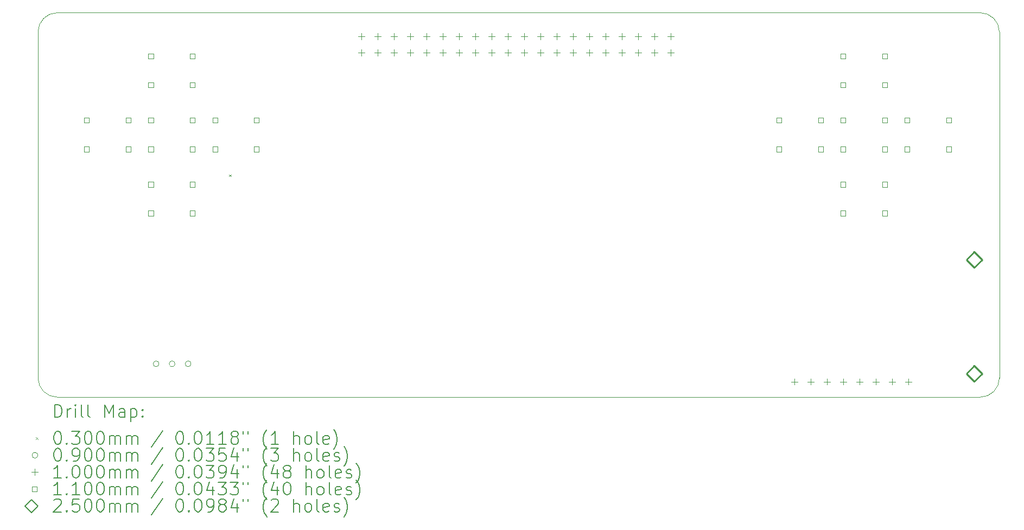
<source format=gbr>
%TF.GenerationSoftware,KiCad,Pcbnew,9.0.2*%
%TF.CreationDate,2025-06-30T23:43:06-04:00*%
%TF.ProjectId,GamePad_Zero,47616d65-5061-4645-9f5a-65726f2e6b69,rev?*%
%TF.SameCoordinates,Original*%
%TF.FileFunction,Drillmap*%
%TF.FilePolarity,Positive*%
%FSLAX45Y45*%
G04 Gerber Fmt 4.5, Leading zero omitted, Abs format (unit mm)*
G04 Created by KiCad (PCBNEW 9.0.2) date 2025-06-30 23:43:06*
%MOMM*%
%LPD*%
G01*
G04 APERTURE LIST*
%ADD10C,0.050000*%
%ADD11C,0.200000*%
%ADD12C,0.100000*%
%ADD13C,0.110000*%
%ADD14C,0.250000*%
G04 APERTURE END LIST*
D10*
X339125Y-6020625D02*
G75*
G02*
X39125Y-5720625I0J300000D01*
G01*
X39125Y-320625D02*
G75*
G02*
X339125Y-20625I300000J0D01*
G01*
X15039125Y-320625D02*
X15039125Y-5720625D01*
X14739125Y-6020625D02*
X339125Y-6020625D01*
X15039125Y-5720625D02*
G75*
G02*
X14739125Y-6020625I-300005J5D01*
G01*
X339125Y-20625D02*
X14739125Y-20625D01*
X39125Y-5720625D02*
X39125Y-320625D01*
X14739125Y-20625D02*
G75*
G02*
X15039125Y-320625I-5J-300005D01*
G01*
D11*
D12*
X3023125Y-2546875D02*
X3053125Y-2576875D01*
X3053125Y-2546875D02*
X3023125Y-2576875D01*
X1926250Y-5500000D02*
G75*
G02*
X1836250Y-5500000I-45000J0D01*
G01*
X1836250Y-5500000D02*
G75*
G02*
X1926250Y-5500000I45000J0D01*
G01*
X2176250Y-5500000D02*
G75*
G02*
X2086250Y-5500000I-45000J0D01*
G01*
X2086250Y-5500000D02*
G75*
G02*
X2176250Y-5500000I45000J0D01*
G01*
X2426250Y-5500000D02*
G75*
G02*
X2336250Y-5500000I-45000J0D01*
G01*
X2336250Y-5500000D02*
G75*
G02*
X2426250Y-5500000I45000J0D01*
G01*
X5087000Y-339875D02*
X5087000Y-439875D01*
X5037000Y-389875D02*
X5137000Y-389875D01*
X5087000Y-593875D02*
X5087000Y-693875D01*
X5037000Y-643875D02*
X5137000Y-643875D01*
X5341000Y-339875D02*
X5341000Y-439875D01*
X5291000Y-389875D02*
X5391000Y-389875D01*
X5341000Y-593875D02*
X5341000Y-693875D01*
X5291000Y-643875D02*
X5391000Y-643875D01*
X5595000Y-339875D02*
X5595000Y-439875D01*
X5545000Y-389875D02*
X5645000Y-389875D01*
X5595000Y-593875D02*
X5595000Y-693875D01*
X5545000Y-643875D02*
X5645000Y-643875D01*
X5849000Y-339875D02*
X5849000Y-439875D01*
X5799000Y-389875D02*
X5899000Y-389875D01*
X5849000Y-593875D02*
X5849000Y-693875D01*
X5799000Y-643875D02*
X5899000Y-643875D01*
X6103000Y-339875D02*
X6103000Y-439875D01*
X6053000Y-389875D02*
X6153000Y-389875D01*
X6103000Y-593875D02*
X6103000Y-693875D01*
X6053000Y-643875D02*
X6153000Y-643875D01*
X6357000Y-339875D02*
X6357000Y-439875D01*
X6307000Y-389875D02*
X6407000Y-389875D01*
X6357000Y-593875D02*
X6357000Y-693875D01*
X6307000Y-643875D02*
X6407000Y-643875D01*
X6611000Y-339875D02*
X6611000Y-439875D01*
X6561000Y-389875D02*
X6661000Y-389875D01*
X6611000Y-593875D02*
X6611000Y-693875D01*
X6561000Y-643875D02*
X6661000Y-643875D01*
X6865000Y-339875D02*
X6865000Y-439875D01*
X6815000Y-389875D02*
X6915000Y-389875D01*
X6865000Y-593875D02*
X6865000Y-693875D01*
X6815000Y-643875D02*
X6915000Y-643875D01*
X7119000Y-339875D02*
X7119000Y-439875D01*
X7069000Y-389875D02*
X7169000Y-389875D01*
X7119000Y-593875D02*
X7119000Y-693875D01*
X7069000Y-643875D02*
X7169000Y-643875D01*
X7373000Y-339875D02*
X7373000Y-439875D01*
X7323000Y-389875D02*
X7423000Y-389875D01*
X7373000Y-593875D02*
X7373000Y-693875D01*
X7323000Y-643875D02*
X7423000Y-643875D01*
X7627000Y-339875D02*
X7627000Y-439875D01*
X7577000Y-389875D02*
X7677000Y-389875D01*
X7627000Y-593875D02*
X7627000Y-693875D01*
X7577000Y-643875D02*
X7677000Y-643875D01*
X7881000Y-339875D02*
X7881000Y-439875D01*
X7831000Y-389875D02*
X7931000Y-389875D01*
X7881000Y-593875D02*
X7881000Y-693875D01*
X7831000Y-643875D02*
X7931000Y-643875D01*
X8135000Y-339875D02*
X8135000Y-439875D01*
X8085000Y-389875D02*
X8185000Y-389875D01*
X8135000Y-593875D02*
X8135000Y-693875D01*
X8085000Y-643875D02*
X8185000Y-643875D01*
X8389000Y-339875D02*
X8389000Y-439875D01*
X8339000Y-389875D02*
X8439000Y-389875D01*
X8389000Y-593875D02*
X8389000Y-693875D01*
X8339000Y-643875D02*
X8439000Y-643875D01*
X8643000Y-339875D02*
X8643000Y-439875D01*
X8593000Y-389875D02*
X8693000Y-389875D01*
X8643000Y-593875D02*
X8643000Y-693875D01*
X8593000Y-643875D02*
X8693000Y-643875D01*
X8897000Y-339875D02*
X8897000Y-439875D01*
X8847000Y-389875D02*
X8947000Y-389875D01*
X8897000Y-593875D02*
X8897000Y-693875D01*
X8847000Y-643875D02*
X8947000Y-643875D01*
X9151000Y-339875D02*
X9151000Y-439875D01*
X9101000Y-389875D02*
X9201000Y-389875D01*
X9151000Y-593875D02*
X9151000Y-693875D01*
X9101000Y-643875D02*
X9201000Y-643875D01*
X9405000Y-339875D02*
X9405000Y-439875D01*
X9355000Y-389875D02*
X9455000Y-389875D01*
X9405000Y-593875D02*
X9405000Y-693875D01*
X9355000Y-643875D02*
X9455000Y-643875D01*
X9659000Y-339875D02*
X9659000Y-439875D01*
X9609000Y-389875D02*
X9709000Y-389875D01*
X9659000Y-593875D02*
X9659000Y-693875D01*
X9609000Y-643875D02*
X9709000Y-643875D01*
X9913000Y-339875D02*
X9913000Y-439875D01*
X9863000Y-389875D02*
X9963000Y-389875D01*
X9913000Y-593875D02*
X9913000Y-693875D01*
X9863000Y-643875D02*
X9963000Y-643875D01*
X11839575Y-5728500D02*
X11839575Y-5828500D01*
X11789575Y-5778500D02*
X11889575Y-5778500D01*
X12093575Y-5728500D02*
X12093575Y-5828500D01*
X12043575Y-5778500D02*
X12143575Y-5778500D01*
X12347575Y-5728500D02*
X12347575Y-5828500D01*
X12297575Y-5778500D02*
X12397575Y-5778500D01*
X12601575Y-5728500D02*
X12601575Y-5828500D01*
X12551575Y-5778500D02*
X12651575Y-5778500D01*
X12855575Y-5728500D02*
X12855575Y-5828500D01*
X12805575Y-5778500D02*
X12905575Y-5778500D01*
X13109575Y-5728500D02*
X13109575Y-5828500D01*
X13059575Y-5778500D02*
X13159575Y-5778500D01*
X13363575Y-5728500D02*
X13363575Y-5828500D01*
X13313575Y-5778500D02*
X13413575Y-5778500D01*
X13617575Y-5728500D02*
X13617575Y-5828500D01*
X13567575Y-5778500D02*
X13667575Y-5778500D01*
D13*
X838891Y-1738891D02*
X838891Y-1661109D01*
X761109Y-1661109D01*
X761109Y-1738891D01*
X838891Y-1738891D01*
X838891Y-2188891D02*
X838891Y-2111109D01*
X761109Y-2111109D01*
X761109Y-2188891D01*
X838891Y-2188891D01*
X1488891Y-1738891D02*
X1488891Y-1661109D01*
X1411109Y-1661109D01*
X1411109Y-1738891D01*
X1488891Y-1738891D01*
X1488891Y-2188891D02*
X1488891Y-2111109D01*
X1411109Y-2111109D01*
X1411109Y-2188891D01*
X1488891Y-2188891D01*
X1838891Y-738891D02*
X1838891Y-661109D01*
X1761109Y-661109D01*
X1761109Y-738891D01*
X1838891Y-738891D01*
X1838891Y-1188891D02*
X1838891Y-1111109D01*
X1761109Y-1111109D01*
X1761109Y-1188891D01*
X1838891Y-1188891D01*
X1838891Y-1738891D02*
X1838891Y-1661109D01*
X1761109Y-1661109D01*
X1761109Y-1738891D01*
X1838891Y-1738891D01*
X1838891Y-2188891D02*
X1838891Y-2111109D01*
X1761109Y-2111109D01*
X1761109Y-2188891D01*
X1838891Y-2188891D01*
X1838891Y-2738891D02*
X1838891Y-2661109D01*
X1761109Y-2661109D01*
X1761109Y-2738891D01*
X1838891Y-2738891D01*
X1838891Y-3188891D02*
X1838891Y-3111109D01*
X1761109Y-3111109D01*
X1761109Y-3188891D01*
X1838891Y-3188891D01*
X2488891Y-738891D02*
X2488891Y-661109D01*
X2411109Y-661109D01*
X2411109Y-738891D01*
X2488891Y-738891D01*
X2488891Y-1188891D02*
X2488891Y-1111109D01*
X2411109Y-1111109D01*
X2411109Y-1188891D01*
X2488891Y-1188891D01*
X2488891Y-1738891D02*
X2488891Y-1661109D01*
X2411109Y-1661109D01*
X2411109Y-1738891D01*
X2488891Y-1738891D01*
X2488891Y-2188891D02*
X2488891Y-2111109D01*
X2411109Y-2111109D01*
X2411109Y-2188891D01*
X2488891Y-2188891D01*
X2488891Y-2738891D02*
X2488891Y-2661109D01*
X2411109Y-2661109D01*
X2411109Y-2738891D01*
X2488891Y-2738891D01*
X2488891Y-3188891D02*
X2488891Y-3111109D01*
X2411109Y-3111109D01*
X2411109Y-3188891D01*
X2488891Y-3188891D01*
X2838891Y-1738891D02*
X2838891Y-1661109D01*
X2761109Y-1661109D01*
X2761109Y-1738891D01*
X2838891Y-1738891D01*
X2838891Y-2188891D02*
X2838891Y-2111109D01*
X2761109Y-2111109D01*
X2761109Y-2188891D01*
X2838891Y-2188891D01*
X3488891Y-1738891D02*
X3488891Y-1661109D01*
X3411109Y-1661109D01*
X3411109Y-1738891D01*
X3488891Y-1738891D01*
X3488891Y-2188891D02*
X3488891Y-2111109D01*
X3411109Y-2111109D01*
X3411109Y-2188891D01*
X3488891Y-2188891D01*
X11638891Y-1738891D02*
X11638891Y-1661109D01*
X11561109Y-1661109D01*
X11561109Y-1738891D01*
X11638891Y-1738891D01*
X11638891Y-2188891D02*
X11638891Y-2111109D01*
X11561109Y-2111109D01*
X11561109Y-2188891D01*
X11638891Y-2188891D01*
X12288891Y-1738891D02*
X12288891Y-1661109D01*
X12211109Y-1661109D01*
X12211109Y-1738891D01*
X12288891Y-1738891D01*
X12288891Y-2188891D02*
X12288891Y-2111109D01*
X12211109Y-2111109D01*
X12211109Y-2188891D01*
X12288891Y-2188891D01*
X12638891Y-738891D02*
X12638891Y-661109D01*
X12561109Y-661109D01*
X12561109Y-738891D01*
X12638891Y-738891D01*
X12638891Y-1188891D02*
X12638891Y-1111109D01*
X12561109Y-1111109D01*
X12561109Y-1188891D01*
X12638891Y-1188891D01*
X12638891Y-1738891D02*
X12638891Y-1661109D01*
X12561109Y-1661109D01*
X12561109Y-1738891D01*
X12638891Y-1738891D01*
X12638891Y-2188891D02*
X12638891Y-2111109D01*
X12561109Y-2111109D01*
X12561109Y-2188891D01*
X12638891Y-2188891D01*
X12638891Y-2738891D02*
X12638891Y-2661109D01*
X12561109Y-2661109D01*
X12561109Y-2738891D01*
X12638891Y-2738891D01*
X12638891Y-3188891D02*
X12638891Y-3111109D01*
X12561109Y-3111109D01*
X12561109Y-3188891D01*
X12638891Y-3188891D01*
X13288891Y-738891D02*
X13288891Y-661109D01*
X13211109Y-661109D01*
X13211109Y-738891D01*
X13288891Y-738891D01*
X13288891Y-1188891D02*
X13288891Y-1111109D01*
X13211109Y-1111109D01*
X13211109Y-1188891D01*
X13288891Y-1188891D01*
X13288891Y-1738891D02*
X13288891Y-1661109D01*
X13211109Y-1661109D01*
X13211109Y-1738891D01*
X13288891Y-1738891D01*
X13288891Y-2188891D02*
X13288891Y-2111109D01*
X13211109Y-2111109D01*
X13211109Y-2188891D01*
X13288891Y-2188891D01*
X13288891Y-2738891D02*
X13288891Y-2661109D01*
X13211109Y-2661109D01*
X13211109Y-2738891D01*
X13288891Y-2738891D01*
X13288891Y-3188891D02*
X13288891Y-3111109D01*
X13211109Y-3111109D01*
X13211109Y-3188891D01*
X13288891Y-3188891D01*
X13638891Y-1738891D02*
X13638891Y-1661109D01*
X13561109Y-1661109D01*
X13561109Y-1738891D01*
X13638891Y-1738891D01*
X13638891Y-2188891D02*
X13638891Y-2111109D01*
X13561109Y-2111109D01*
X13561109Y-2188891D01*
X13638891Y-2188891D01*
X14288891Y-1738891D02*
X14288891Y-1661109D01*
X14211109Y-1661109D01*
X14211109Y-1738891D01*
X14288891Y-1738891D01*
X14288891Y-2188891D02*
X14288891Y-2111109D01*
X14211109Y-2111109D01*
X14211109Y-2188891D01*
X14288891Y-2188891D01*
D14*
X14646275Y-3998500D02*
X14771275Y-3873500D01*
X14646275Y-3748500D01*
X14521275Y-3873500D01*
X14646275Y-3998500D01*
X14646275Y-5776500D02*
X14771275Y-5651500D01*
X14646275Y-5526500D01*
X14521275Y-5651500D01*
X14646275Y-5776500D01*
D11*
X297402Y-6334609D02*
X297402Y-6134609D01*
X297402Y-6134609D02*
X345021Y-6134609D01*
X345021Y-6134609D02*
X373592Y-6144133D01*
X373592Y-6144133D02*
X392640Y-6163180D01*
X392640Y-6163180D02*
X402164Y-6182228D01*
X402164Y-6182228D02*
X411687Y-6220323D01*
X411687Y-6220323D02*
X411687Y-6248894D01*
X411687Y-6248894D02*
X402164Y-6286990D01*
X402164Y-6286990D02*
X392640Y-6306037D01*
X392640Y-6306037D02*
X373592Y-6325085D01*
X373592Y-6325085D02*
X345021Y-6334609D01*
X345021Y-6334609D02*
X297402Y-6334609D01*
X497402Y-6334609D02*
X497402Y-6201275D01*
X497402Y-6239371D02*
X506926Y-6220323D01*
X506926Y-6220323D02*
X516449Y-6210799D01*
X516449Y-6210799D02*
X535497Y-6201275D01*
X535497Y-6201275D02*
X554545Y-6201275D01*
X621211Y-6334609D02*
X621211Y-6201275D01*
X621211Y-6134609D02*
X611688Y-6144133D01*
X611688Y-6144133D02*
X621211Y-6153656D01*
X621211Y-6153656D02*
X630735Y-6144133D01*
X630735Y-6144133D02*
X621211Y-6134609D01*
X621211Y-6134609D02*
X621211Y-6153656D01*
X745021Y-6334609D02*
X725973Y-6325085D01*
X725973Y-6325085D02*
X716449Y-6306037D01*
X716449Y-6306037D02*
X716449Y-6134609D01*
X849783Y-6334609D02*
X830735Y-6325085D01*
X830735Y-6325085D02*
X821211Y-6306037D01*
X821211Y-6306037D02*
X821211Y-6134609D01*
X1078354Y-6334609D02*
X1078354Y-6134609D01*
X1078354Y-6134609D02*
X1145021Y-6277466D01*
X1145021Y-6277466D02*
X1211688Y-6134609D01*
X1211688Y-6134609D02*
X1211688Y-6334609D01*
X1392640Y-6334609D02*
X1392640Y-6229847D01*
X1392640Y-6229847D02*
X1383116Y-6210799D01*
X1383116Y-6210799D02*
X1364069Y-6201275D01*
X1364069Y-6201275D02*
X1325973Y-6201275D01*
X1325973Y-6201275D02*
X1306926Y-6210799D01*
X1392640Y-6325085D02*
X1373592Y-6334609D01*
X1373592Y-6334609D02*
X1325973Y-6334609D01*
X1325973Y-6334609D02*
X1306926Y-6325085D01*
X1306926Y-6325085D02*
X1297402Y-6306037D01*
X1297402Y-6306037D02*
X1297402Y-6286990D01*
X1297402Y-6286990D02*
X1306926Y-6267942D01*
X1306926Y-6267942D02*
X1325973Y-6258418D01*
X1325973Y-6258418D02*
X1373592Y-6258418D01*
X1373592Y-6258418D02*
X1392640Y-6248894D01*
X1487878Y-6201275D02*
X1487878Y-6401275D01*
X1487878Y-6210799D02*
X1506926Y-6201275D01*
X1506926Y-6201275D02*
X1545021Y-6201275D01*
X1545021Y-6201275D02*
X1564068Y-6210799D01*
X1564068Y-6210799D02*
X1573592Y-6220323D01*
X1573592Y-6220323D02*
X1583116Y-6239371D01*
X1583116Y-6239371D02*
X1583116Y-6296513D01*
X1583116Y-6296513D02*
X1573592Y-6315561D01*
X1573592Y-6315561D02*
X1564068Y-6325085D01*
X1564068Y-6325085D02*
X1545021Y-6334609D01*
X1545021Y-6334609D02*
X1506926Y-6334609D01*
X1506926Y-6334609D02*
X1487878Y-6325085D01*
X1668830Y-6315561D02*
X1678354Y-6325085D01*
X1678354Y-6325085D02*
X1668830Y-6334609D01*
X1668830Y-6334609D02*
X1659307Y-6325085D01*
X1659307Y-6325085D02*
X1668830Y-6315561D01*
X1668830Y-6315561D02*
X1668830Y-6334609D01*
X1668830Y-6210799D02*
X1678354Y-6220323D01*
X1678354Y-6220323D02*
X1668830Y-6229847D01*
X1668830Y-6229847D02*
X1659307Y-6220323D01*
X1659307Y-6220323D02*
X1668830Y-6210799D01*
X1668830Y-6210799D02*
X1668830Y-6229847D01*
D12*
X6625Y-6648125D02*
X36625Y-6678125D01*
X36625Y-6648125D02*
X6625Y-6678125D01*
D11*
X335497Y-6554609D02*
X354545Y-6554609D01*
X354545Y-6554609D02*
X373592Y-6564133D01*
X373592Y-6564133D02*
X383116Y-6573656D01*
X383116Y-6573656D02*
X392640Y-6592704D01*
X392640Y-6592704D02*
X402164Y-6630799D01*
X402164Y-6630799D02*
X402164Y-6678418D01*
X402164Y-6678418D02*
X392640Y-6716513D01*
X392640Y-6716513D02*
X383116Y-6735561D01*
X383116Y-6735561D02*
X373592Y-6745085D01*
X373592Y-6745085D02*
X354545Y-6754609D01*
X354545Y-6754609D02*
X335497Y-6754609D01*
X335497Y-6754609D02*
X316449Y-6745085D01*
X316449Y-6745085D02*
X306926Y-6735561D01*
X306926Y-6735561D02*
X297402Y-6716513D01*
X297402Y-6716513D02*
X287878Y-6678418D01*
X287878Y-6678418D02*
X287878Y-6630799D01*
X287878Y-6630799D02*
X297402Y-6592704D01*
X297402Y-6592704D02*
X306926Y-6573656D01*
X306926Y-6573656D02*
X316449Y-6564133D01*
X316449Y-6564133D02*
X335497Y-6554609D01*
X487878Y-6735561D02*
X497402Y-6745085D01*
X497402Y-6745085D02*
X487878Y-6754609D01*
X487878Y-6754609D02*
X478354Y-6745085D01*
X478354Y-6745085D02*
X487878Y-6735561D01*
X487878Y-6735561D02*
X487878Y-6754609D01*
X564069Y-6554609D02*
X687878Y-6554609D01*
X687878Y-6554609D02*
X621211Y-6630799D01*
X621211Y-6630799D02*
X649783Y-6630799D01*
X649783Y-6630799D02*
X668830Y-6640323D01*
X668830Y-6640323D02*
X678354Y-6649847D01*
X678354Y-6649847D02*
X687878Y-6668894D01*
X687878Y-6668894D02*
X687878Y-6716513D01*
X687878Y-6716513D02*
X678354Y-6735561D01*
X678354Y-6735561D02*
X668830Y-6745085D01*
X668830Y-6745085D02*
X649783Y-6754609D01*
X649783Y-6754609D02*
X592640Y-6754609D01*
X592640Y-6754609D02*
X573592Y-6745085D01*
X573592Y-6745085D02*
X564069Y-6735561D01*
X811687Y-6554609D02*
X830735Y-6554609D01*
X830735Y-6554609D02*
X849783Y-6564133D01*
X849783Y-6564133D02*
X859307Y-6573656D01*
X859307Y-6573656D02*
X868830Y-6592704D01*
X868830Y-6592704D02*
X878354Y-6630799D01*
X878354Y-6630799D02*
X878354Y-6678418D01*
X878354Y-6678418D02*
X868830Y-6716513D01*
X868830Y-6716513D02*
X859307Y-6735561D01*
X859307Y-6735561D02*
X849783Y-6745085D01*
X849783Y-6745085D02*
X830735Y-6754609D01*
X830735Y-6754609D02*
X811687Y-6754609D01*
X811687Y-6754609D02*
X792640Y-6745085D01*
X792640Y-6745085D02*
X783116Y-6735561D01*
X783116Y-6735561D02*
X773592Y-6716513D01*
X773592Y-6716513D02*
X764068Y-6678418D01*
X764068Y-6678418D02*
X764068Y-6630799D01*
X764068Y-6630799D02*
X773592Y-6592704D01*
X773592Y-6592704D02*
X783116Y-6573656D01*
X783116Y-6573656D02*
X792640Y-6564133D01*
X792640Y-6564133D02*
X811687Y-6554609D01*
X1002164Y-6554609D02*
X1021211Y-6554609D01*
X1021211Y-6554609D02*
X1040259Y-6564133D01*
X1040259Y-6564133D02*
X1049783Y-6573656D01*
X1049783Y-6573656D02*
X1059307Y-6592704D01*
X1059307Y-6592704D02*
X1068830Y-6630799D01*
X1068830Y-6630799D02*
X1068830Y-6678418D01*
X1068830Y-6678418D02*
X1059307Y-6716513D01*
X1059307Y-6716513D02*
X1049783Y-6735561D01*
X1049783Y-6735561D02*
X1040259Y-6745085D01*
X1040259Y-6745085D02*
X1021211Y-6754609D01*
X1021211Y-6754609D02*
X1002164Y-6754609D01*
X1002164Y-6754609D02*
X983116Y-6745085D01*
X983116Y-6745085D02*
X973592Y-6735561D01*
X973592Y-6735561D02*
X964068Y-6716513D01*
X964068Y-6716513D02*
X954545Y-6678418D01*
X954545Y-6678418D02*
X954545Y-6630799D01*
X954545Y-6630799D02*
X964068Y-6592704D01*
X964068Y-6592704D02*
X973592Y-6573656D01*
X973592Y-6573656D02*
X983116Y-6564133D01*
X983116Y-6564133D02*
X1002164Y-6554609D01*
X1154545Y-6754609D02*
X1154545Y-6621275D01*
X1154545Y-6640323D02*
X1164069Y-6630799D01*
X1164069Y-6630799D02*
X1183116Y-6621275D01*
X1183116Y-6621275D02*
X1211688Y-6621275D01*
X1211688Y-6621275D02*
X1230735Y-6630799D01*
X1230735Y-6630799D02*
X1240259Y-6649847D01*
X1240259Y-6649847D02*
X1240259Y-6754609D01*
X1240259Y-6649847D02*
X1249783Y-6630799D01*
X1249783Y-6630799D02*
X1268830Y-6621275D01*
X1268830Y-6621275D02*
X1297402Y-6621275D01*
X1297402Y-6621275D02*
X1316450Y-6630799D01*
X1316450Y-6630799D02*
X1325973Y-6649847D01*
X1325973Y-6649847D02*
X1325973Y-6754609D01*
X1421211Y-6754609D02*
X1421211Y-6621275D01*
X1421211Y-6640323D02*
X1430735Y-6630799D01*
X1430735Y-6630799D02*
X1449783Y-6621275D01*
X1449783Y-6621275D02*
X1478354Y-6621275D01*
X1478354Y-6621275D02*
X1497402Y-6630799D01*
X1497402Y-6630799D02*
X1506926Y-6649847D01*
X1506926Y-6649847D02*
X1506926Y-6754609D01*
X1506926Y-6649847D02*
X1516449Y-6630799D01*
X1516449Y-6630799D02*
X1535497Y-6621275D01*
X1535497Y-6621275D02*
X1564068Y-6621275D01*
X1564068Y-6621275D02*
X1583116Y-6630799D01*
X1583116Y-6630799D02*
X1592640Y-6649847D01*
X1592640Y-6649847D02*
X1592640Y-6754609D01*
X1983116Y-6545085D02*
X1811688Y-6802228D01*
X2240259Y-6554609D02*
X2259307Y-6554609D01*
X2259307Y-6554609D02*
X2278354Y-6564133D01*
X2278354Y-6564133D02*
X2287878Y-6573656D01*
X2287878Y-6573656D02*
X2297402Y-6592704D01*
X2297402Y-6592704D02*
X2306926Y-6630799D01*
X2306926Y-6630799D02*
X2306926Y-6678418D01*
X2306926Y-6678418D02*
X2297402Y-6716513D01*
X2297402Y-6716513D02*
X2287878Y-6735561D01*
X2287878Y-6735561D02*
X2278354Y-6745085D01*
X2278354Y-6745085D02*
X2259307Y-6754609D01*
X2259307Y-6754609D02*
X2240259Y-6754609D01*
X2240259Y-6754609D02*
X2221212Y-6745085D01*
X2221212Y-6745085D02*
X2211688Y-6735561D01*
X2211688Y-6735561D02*
X2202164Y-6716513D01*
X2202164Y-6716513D02*
X2192640Y-6678418D01*
X2192640Y-6678418D02*
X2192640Y-6630799D01*
X2192640Y-6630799D02*
X2202164Y-6592704D01*
X2202164Y-6592704D02*
X2211688Y-6573656D01*
X2211688Y-6573656D02*
X2221212Y-6564133D01*
X2221212Y-6564133D02*
X2240259Y-6554609D01*
X2392640Y-6735561D02*
X2402164Y-6745085D01*
X2402164Y-6745085D02*
X2392640Y-6754609D01*
X2392640Y-6754609D02*
X2383116Y-6745085D01*
X2383116Y-6745085D02*
X2392640Y-6735561D01*
X2392640Y-6735561D02*
X2392640Y-6754609D01*
X2525973Y-6554609D02*
X2545021Y-6554609D01*
X2545021Y-6554609D02*
X2564069Y-6564133D01*
X2564069Y-6564133D02*
X2573593Y-6573656D01*
X2573593Y-6573656D02*
X2583116Y-6592704D01*
X2583116Y-6592704D02*
X2592640Y-6630799D01*
X2592640Y-6630799D02*
X2592640Y-6678418D01*
X2592640Y-6678418D02*
X2583116Y-6716513D01*
X2583116Y-6716513D02*
X2573593Y-6735561D01*
X2573593Y-6735561D02*
X2564069Y-6745085D01*
X2564069Y-6745085D02*
X2545021Y-6754609D01*
X2545021Y-6754609D02*
X2525973Y-6754609D01*
X2525973Y-6754609D02*
X2506926Y-6745085D01*
X2506926Y-6745085D02*
X2497402Y-6735561D01*
X2497402Y-6735561D02*
X2487878Y-6716513D01*
X2487878Y-6716513D02*
X2478354Y-6678418D01*
X2478354Y-6678418D02*
X2478354Y-6630799D01*
X2478354Y-6630799D02*
X2487878Y-6592704D01*
X2487878Y-6592704D02*
X2497402Y-6573656D01*
X2497402Y-6573656D02*
X2506926Y-6564133D01*
X2506926Y-6564133D02*
X2525973Y-6554609D01*
X2783116Y-6754609D02*
X2668831Y-6754609D01*
X2725973Y-6754609D02*
X2725973Y-6554609D01*
X2725973Y-6554609D02*
X2706926Y-6583180D01*
X2706926Y-6583180D02*
X2687878Y-6602228D01*
X2687878Y-6602228D02*
X2668831Y-6611752D01*
X2973592Y-6754609D02*
X2859307Y-6754609D01*
X2916450Y-6754609D02*
X2916450Y-6554609D01*
X2916450Y-6554609D02*
X2897402Y-6583180D01*
X2897402Y-6583180D02*
X2878354Y-6602228D01*
X2878354Y-6602228D02*
X2859307Y-6611752D01*
X3087878Y-6640323D02*
X3068831Y-6630799D01*
X3068831Y-6630799D02*
X3059307Y-6621275D01*
X3059307Y-6621275D02*
X3049783Y-6602228D01*
X3049783Y-6602228D02*
X3049783Y-6592704D01*
X3049783Y-6592704D02*
X3059307Y-6573656D01*
X3059307Y-6573656D02*
X3068831Y-6564133D01*
X3068831Y-6564133D02*
X3087878Y-6554609D01*
X3087878Y-6554609D02*
X3125973Y-6554609D01*
X3125973Y-6554609D02*
X3145021Y-6564133D01*
X3145021Y-6564133D02*
X3154545Y-6573656D01*
X3154545Y-6573656D02*
X3164069Y-6592704D01*
X3164069Y-6592704D02*
X3164069Y-6602228D01*
X3164069Y-6602228D02*
X3154545Y-6621275D01*
X3154545Y-6621275D02*
X3145021Y-6630799D01*
X3145021Y-6630799D02*
X3125973Y-6640323D01*
X3125973Y-6640323D02*
X3087878Y-6640323D01*
X3087878Y-6640323D02*
X3068831Y-6649847D01*
X3068831Y-6649847D02*
X3059307Y-6659371D01*
X3059307Y-6659371D02*
X3049783Y-6678418D01*
X3049783Y-6678418D02*
X3049783Y-6716513D01*
X3049783Y-6716513D02*
X3059307Y-6735561D01*
X3059307Y-6735561D02*
X3068831Y-6745085D01*
X3068831Y-6745085D02*
X3087878Y-6754609D01*
X3087878Y-6754609D02*
X3125973Y-6754609D01*
X3125973Y-6754609D02*
X3145021Y-6745085D01*
X3145021Y-6745085D02*
X3154545Y-6735561D01*
X3154545Y-6735561D02*
X3164069Y-6716513D01*
X3164069Y-6716513D02*
X3164069Y-6678418D01*
X3164069Y-6678418D02*
X3154545Y-6659371D01*
X3154545Y-6659371D02*
X3145021Y-6649847D01*
X3145021Y-6649847D02*
X3125973Y-6640323D01*
X3240259Y-6554609D02*
X3240259Y-6592704D01*
X3316450Y-6554609D02*
X3316450Y-6592704D01*
X3611688Y-6830799D02*
X3602164Y-6821275D01*
X3602164Y-6821275D02*
X3583116Y-6792704D01*
X3583116Y-6792704D02*
X3573593Y-6773656D01*
X3573593Y-6773656D02*
X3564069Y-6745085D01*
X3564069Y-6745085D02*
X3554545Y-6697466D01*
X3554545Y-6697466D02*
X3554545Y-6659371D01*
X3554545Y-6659371D02*
X3564069Y-6611752D01*
X3564069Y-6611752D02*
X3573593Y-6583180D01*
X3573593Y-6583180D02*
X3583116Y-6564133D01*
X3583116Y-6564133D02*
X3602164Y-6535561D01*
X3602164Y-6535561D02*
X3611688Y-6526037D01*
X3792640Y-6754609D02*
X3678354Y-6754609D01*
X3735497Y-6754609D02*
X3735497Y-6554609D01*
X3735497Y-6554609D02*
X3716450Y-6583180D01*
X3716450Y-6583180D02*
X3697402Y-6602228D01*
X3697402Y-6602228D02*
X3678354Y-6611752D01*
X4030735Y-6754609D02*
X4030735Y-6554609D01*
X4116450Y-6754609D02*
X4116450Y-6649847D01*
X4116450Y-6649847D02*
X4106926Y-6630799D01*
X4106926Y-6630799D02*
X4087878Y-6621275D01*
X4087878Y-6621275D02*
X4059307Y-6621275D01*
X4059307Y-6621275D02*
X4040259Y-6630799D01*
X4040259Y-6630799D02*
X4030735Y-6640323D01*
X4240259Y-6754609D02*
X4221212Y-6745085D01*
X4221212Y-6745085D02*
X4211688Y-6735561D01*
X4211688Y-6735561D02*
X4202164Y-6716513D01*
X4202164Y-6716513D02*
X4202164Y-6659371D01*
X4202164Y-6659371D02*
X4211688Y-6640323D01*
X4211688Y-6640323D02*
X4221212Y-6630799D01*
X4221212Y-6630799D02*
X4240259Y-6621275D01*
X4240259Y-6621275D02*
X4268831Y-6621275D01*
X4268831Y-6621275D02*
X4287878Y-6630799D01*
X4287878Y-6630799D02*
X4297402Y-6640323D01*
X4297402Y-6640323D02*
X4306926Y-6659371D01*
X4306926Y-6659371D02*
X4306926Y-6716513D01*
X4306926Y-6716513D02*
X4297402Y-6735561D01*
X4297402Y-6735561D02*
X4287878Y-6745085D01*
X4287878Y-6745085D02*
X4268831Y-6754609D01*
X4268831Y-6754609D02*
X4240259Y-6754609D01*
X4421212Y-6754609D02*
X4402164Y-6745085D01*
X4402164Y-6745085D02*
X4392640Y-6726037D01*
X4392640Y-6726037D02*
X4392640Y-6554609D01*
X4573593Y-6745085D02*
X4554545Y-6754609D01*
X4554545Y-6754609D02*
X4516450Y-6754609D01*
X4516450Y-6754609D02*
X4497402Y-6745085D01*
X4497402Y-6745085D02*
X4487878Y-6726037D01*
X4487878Y-6726037D02*
X4487878Y-6649847D01*
X4487878Y-6649847D02*
X4497402Y-6630799D01*
X4497402Y-6630799D02*
X4516450Y-6621275D01*
X4516450Y-6621275D02*
X4554545Y-6621275D01*
X4554545Y-6621275D02*
X4573593Y-6630799D01*
X4573593Y-6630799D02*
X4583117Y-6649847D01*
X4583117Y-6649847D02*
X4583117Y-6668894D01*
X4583117Y-6668894D02*
X4487878Y-6687942D01*
X4649783Y-6830799D02*
X4659307Y-6821275D01*
X4659307Y-6821275D02*
X4678355Y-6792704D01*
X4678355Y-6792704D02*
X4687878Y-6773656D01*
X4687878Y-6773656D02*
X4697402Y-6745085D01*
X4697402Y-6745085D02*
X4706926Y-6697466D01*
X4706926Y-6697466D02*
X4706926Y-6659371D01*
X4706926Y-6659371D02*
X4697402Y-6611752D01*
X4697402Y-6611752D02*
X4687878Y-6583180D01*
X4687878Y-6583180D02*
X4678355Y-6564133D01*
X4678355Y-6564133D02*
X4659307Y-6535561D01*
X4659307Y-6535561D02*
X4649783Y-6526037D01*
D12*
X36625Y-6927125D02*
G75*
G02*
X-53375Y-6927125I-45000J0D01*
G01*
X-53375Y-6927125D02*
G75*
G02*
X36625Y-6927125I45000J0D01*
G01*
D11*
X335497Y-6818609D02*
X354545Y-6818609D01*
X354545Y-6818609D02*
X373592Y-6828133D01*
X373592Y-6828133D02*
X383116Y-6837656D01*
X383116Y-6837656D02*
X392640Y-6856704D01*
X392640Y-6856704D02*
X402164Y-6894799D01*
X402164Y-6894799D02*
X402164Y-6942418D01*
X402164Y-6942418D02*
X392640Y-6980513D01*
X392640Y-6980513D02*
X383116Y-6999561D01*
X383116Y-6999561D02*
X373592Y-7009085D01*
X373592Y-7009085D02*
X354545Y-7018609D01*
X354545Y-7018609D02*
X335497Y-7018609D01*
X335497Y-7018609D02*
X316449Y-7009085D01*
X316449Y-7009085D02*
X306926Y-6999561D01*
X306926Y-6999561D02*
X297402Y-6980513D01*
X297402Y-6980513D02*
X287878Y-6942418D01*
X287878Y-6942418D02*
X287878Y-6894799D01*
X287878Y-6894799D02*
X297402Y-6856704D01*
X297402Y-6856704D02*
X306926Y-6837656D01*
X306926Y-6837656D02*
X316449Y-6828133D01*
X316449Y-6828133D02*
X335497Y-6818609D01*
X487878Y-6999561D02*
X497402Y-7009085D01*
X497402Y-7009085D02*
X487878Y-7018609D01*
X487878Y-7018609D02*
X478354Y-7009085D01*
X478354Y-7009085D02*
X487878Y-6999561D01*
X487878Y-6999561D02*
X487878Y-7018609D01*
X592640Y-7018609D02*
X630735Y-7018609D01*
X630735Y-7018609D02*
X649783Y-7009085D01*
X649783Y-7009085D02*
X659307Y-6999561D01*
X659307Y-6999561D02*
X678354Y-6970990D01*
X678354Y-6970990D02*
X687878Y-6932894D01*
X687878Y-6932894D02*
X687878Y-6856704D01*
X687878Y-6856704D02*
X678354Y-6837656D01*
X678354Y-6837656D02*
X668830Y-6828133D01*
X668830Y-6828133D02*
X649783Y-6818609D01*
X649783Y-6818609D02*
X611688Y-6818609D01*
X611688Y-6818609D02*
X592640Y-6828133D01*
X592640Y-6828133D02*
X583116Y-6837656D01*
X583116Y-6837656D02*
X573592Y-6856704D01*
X573592Y-6856704D02*
X573592Y-6904323D01*
X573592Y-6904323D02*
X583116Y-6923371D01*
X583116Y-6923371D02*
X592640Y-6932894D01*
X592640Y-6932894D02*
X611688Y-6942418D01*
X611688Y-6942418D02*
X649783Y-6942418D01*
X649783Y-6942418D02*
X668830Y-6932894D01*
X668830Y-6932894D02*
X678354Y-6923371D01*
X678354Y-6923371D02*
X687878Y-6904323D01*
X811687Y-6818609D02*
X830735Y-6818609D01*
X830735Y-6818609D02*
X849783Y-6828133D01*
X849783Y-6828133D02*
X859307Y-6837656D01*
X859307Y-6837656D02*
X868830Y-6856704D01*
X868830Y-6856704D02*
X878354Y-6894799D01*
X878354Y-6894799D02*
X878354Y-6942418D01*
X878354Y-6942418D02*
X868830Y-6980513D01*
X868830Y-6980513D02*
X859307Y-6999561D01*
X859307Y-6999561D02*
X849783Y-7009085D01*
X849783Y-7009085D02*
X830735Y-7018609D01*
X830735Y-7018609D02*
X811687Y-7018609D01*
X811687Y-7018609D02*
X792640Y-7009085D01*
X792640Y-7009085D02*
X783116Y-6999561D01*
X783116Y-6999561D02*
X773592Y-6980513D01*
X773592Y-6980513D02*
X764068Y-6942418D01*
X764068Y-6942418D02*
X764068Y-6894799D01*
X764068Y-6894799D02*
X773592Y-6856704D01*
X773592Y-6856704D02*
X783116Y-6837656D01*
X783116Y-6837656D02*
X792640Y-6828133D01*
X792640Y-6828133D02*
X811687Y-6818609D01*
X1002164Y-6818609D02*
X1021211Y-6818609D01*
X1021211Y-6818609D02*
X1040259Y-6828133D01*
X1040259Y-6828133D02*
X1049783Y-6837656D01*
X1049783Y-6837656D02*
X1059307Y-6856704D01*
X1059307Y-6856704D02*
X1068830Y-6894799D01*
X1068830Y-6894799D02*
X1068830Y-6942418D01*
X1068830Y-6942418D02*
X1059307Y-6980513D01*
X1059307Y-6980513D02*
X1049783Y-6999561D01*
X1049783Y-6999561D02*
X1040259Y-7009085D01*
X1040259Y-7009085D02*
X1021211Y-7018609D01*
X1021211Y-7018609D02*
X1002164Y-7018609D01*
X1002164Y-7018609D02*
X983116Y-7009085D01*
X983116Y-7009085D02*
X973592Y-6999561D01*
X973592Y-6999561D02*
X964068Y-6980513D01*
X964068Y-6980513D02*
X954545Y-6942418D01*
X954545Y-6942418D02*
X954545Y-6894799D01*
X954545Y-6894799D02*
X964068Y-6856704D01*
X964068Y-6856704D02*
X973592Y-6837656D01*
X973592Y-6837656D02*
X983116Y-6828133D01*
X983116Y-6828133D02*
X1002164Y-6818609D01*
X1154545Y-7018609D02*
X1154545Y-6885275D01*
X1154545Y-6904323D02*
X1164069Y-6894799D01*
X1164069Y-6894799D02*
X1183116Y-6885275D01*
X1183116Y-6885275D02*
X1211688Y-6885275D01*
X1211688Y-6885275D02*
X1230735Y-6894799D01*
X1230735Y-6894799D02*
X1240259Y-6913847D01*
X1240259Y-6913847D02*
X1240259Y-7018609D01*
X1240259Y-6913847D02*
X1249783Y-6894799D01*
X1249783Y-6894799D02*
X1268830Y-6885275D01*
X1268830Y-6885275D02*
X1297402Y-6885275D01*
X1297402Y-6885275D02*
X1316450Y-6894799D01*
X1316450Y-6894799D02*
X1325973Y-6913847D01*
X1325973Y-6913847D02*
X1325973Y-7018609D01*
X1421211Y-7018609D02*
X1421211Y-6885275D01*
X1421211Y-6904323D02*
X1430735Y-6894799D01*
X1430735Y-6894799D02*
X1449783Y-6885275D01*
X1449783Y-6885275D02*
X1478354Y-6885275D01*
X1478354Y-6885275D02*
X1497402Y-6894799D01*
X1497402Y-6894799D02*
X1506926Y-6913847D01*
X1506926Y-6913847D02*
X1506926Y-7018609D01*
X1506926Y-6913847D02*
X1516449Y-6894799D01*
X1516449Y-6894799D02*
X1535497Y-6885275D01*
X1535497Y-6885275D02*
X1564068Y-6885275D01*
X1564068Y-6885275D02*
X1583116Y-6894799D01*
X1583116Y-6894799D02*
X1592640Y-6913847D01*
X1592640Y-6913847D02*
X1592640Y-7018609D01*
X1983116Y-6809085D02*
X1811688Y-7066228D01*
X2240259Y-6818609D02*
X2259307Y-6818609D01*
X2259307Y-6818609D02*
X2278354Y-6828133D01*
X2278354Y-6828133D02*
X2287878Y-6837656D01*
X2287878Y-6837656D02*
X2297402Y-6856704D01*
X2297402Y-6856704D02*
X2306926Y-6894799D01*
X2306926Y-6894799D02*
X2306926Y-6942418D01*
X2306926Y-6942418D02*
X2297402Y-6980513D01*
X2297402Y-6980513D02*
X2287878Y-6999561D01*
X2287878Y-6999561D02*
X2278354Y-7009085D01*
X2278354Y-7009085D02*
X2259307Y-7018609D01*
X2259307Y-7018609D02*
X2240259Y-7018609D01*
X2240259Y-7018609D02*
X2221212Y-7009085D01*
X2221212Y-7009085D02*
X2211688Y-6999561D01*
X2211688Y-6999561D02*
X2202164Y-6980513D01*
X2202164Y-6980513D02*
X2192640Y-6942418D01*
X2192640Y-6942418D02*
X2192640Y-6894799D01*
X2192640Y-6894799D02*
X2202164Y-6856704D01*
X2202164Y-6856704D02*
X2211688Y-6837656D01*
X2211688Y-6837656D02*
X2221212Y-6828133D01*
X2221212Y-6828133D02*
X2240259Y-6818609D01*
X2392640Y-6999561D02*
X2402164Y-7009085D01*
X2402164Y-7009085D02*
X2392640Y-7018609D01*
X2392640Y-7018609D02*
X2383116Y-7009085D01*
X2383116Y-7009085D02*
X2392640Y-6999561D01*
X2392640Y-6999561D02*
X2392640Y-7018609D01*
X2525973Y-6818609D02*
X2545021Y-6818609D01*
X2545021Y-6818609D02*
X2564069Y-6828133D01*
X2564069Y-6828133D02*
X2573593Y-6837656D01*
X2573593Y-6837656D02*
X2583116Y-6856704D01*
X2583116Y-6856704D02*
X2592640Y-6894799D01*
X2592640Y-6894799D02*
X2592640Y-6942418D01*
X2592640Y-6942418D02*
X2583116Y-6980513D01*
X2583116Y-6980513D02*
X2573593Y-6999561D01*
X2573593Y-6999561D02*
X2564069Y-7009085D01*
X2564069Y-7009085D02*
X2545021Y-7018609D01*
X2545021Y-7018609D02*
X2525973Y-7018609D01*
X2525973Y-7018609D02*
X2506926Y-7009085D01*
X2506926Y-7009085D02*
X2497402Y-6999561D01*
X2497402Y-6999561D02*
X2487878Y-6980513D01*
X2487878Y-6980513D02*
X2478354Y-6942418D01*
X2478354Y-6942418D02*
X2478354Y-6894799D01*
X2478354Y-6894799D02*
X2487878Y-6856704D01*
X2487878Y-6856704D02*
X2497402Y-6837656D01*
X2497402Y-6837656D02*
X2506926Y-6828133D01*
X2506926Y-6828133D02*
X2525973Y-6818609D01*
X2659307Y-6818609D02*
X2783116Y-6818609D01*
X2783116Y-6818609D02*
X2716450Y-6894799D01*
X2716450Y-6894799D02*
X2745021Y-6894799D01*
X2745021Y-6894799D02*
X2764069Y-6904323D01*
X2764069Y-6904323D02*
X2773593Y-6913847D01*
X2773593Y-6913847D02*
X2783116Y-6932894D01*
X2783116Y-6932894D02*
X2783116Y-6980513D01*
X2783116Y-6980513D02*
X2773593Y-6999561D01*
X2773593Y-6999561D02*
X2764069Y-7009085D01*
X2764069Y-7009085D02*
X2745021Y-7018609D01*
X2745021Y-7018609D02*
X2687878Y-7018609D01*
X2687878Y-7018609D02*
X2668831Y-7009085D01*
X2668831Y-7009085D02*
X2659307Y-6999561D01*
X2964069Y-6818609D02*
X2868831Y-6818609D01*
X2868831Y-6818609D02*
X2859307Y-6913847D01*
X2859307Y-6913847D02*
X2868831Y-6904323D01*
X2868831Y-6904323D02*
X2887878Y-6894799D01*
X2887878Y-6894799D02*
X2935497Y-6894799D01*
X2935497Y-6894799D02*
X2954545Y-6904323D01*
X2954545Y-6904323D02*
X2964069Y-6913847D01*
X2964069Y-6913847D02*
X2973592Y-6932894D01*
X2973592Y-6932894D02*
X2973592Y-6980513D01*
X2973592Y-6980513D02*
X2964069Y-6999561D01*
X2964069Y-6999561D02*
X2954545Y-7009085D01*
X2954545Y-7009085D02*
X2935497Y-7018609D01*
X2935497Y-7018609D02*
X2887878Y-7018609D01*
X2887878Y-7018609D02*
X2868831Y-7009085D01*
X2868831Y-7009085D02*
X2859307Y-6999561D01*
X3145021Y-6885275D02*
X3145021Y-7018609D01*
X3097402Y-6809085D02*
X3049783Y-6951942D01*
X3049783Y-6951942D02*
X3173592Y-6951942D01*
X3240259Y-6818609D02*
X3240259Y-6856704D01*
X3316450Y-6818609D02*
X3316450Y-6856704D01*
X3611688Y-7094799D02*
X3602164Y-7085275D01*
X3602164Y-7085275D02*
X3583116Y-7056704D01*
X3583116Y-7056704D02*
X3573593Y-7037656D01*
X3573593Y-7037656D02*
X3564069Y-7009085D01*
X3564069Y-7009085D02*
X3554545Y-6961466D01*
X3554545Y-6961466D02*
X3554545Y-6923371D01*
X3554545Y-6923371D02*
X3564069Y-6875752D01*
X3564069Y-6875752D02*
X3573593Y-6847180D01*
X3573593Y-6847180D02*
X3583116Y-6828133D01*
X3583116Y-6828133D02*
X3602164Y-6799561D01*
X3602164Y-6799561D02*
X3611688Y-6790037D01*
X3668831Y-6818609D02*
X3792640Y-6818609D01*
X3792640Y-6818609D02*
X3725973Y-6894799D01*
X3725973Y-6894799D02*
X3754545Y-6894799D01*
X3754545Y-6894799D02*
X3773593Y-6904323D01*
X3773593Y-6904323D02*
X3783116Y-6913847D01*
X3783116Y-6913847D02*
X3792640Y-6932894D01*
X3792640Y-6932894D02*
X3792640Y-6980513D01*
X3792640Y-6980513D02*
X3783116Y-6999561D01*
X3783116Y-6999561D02*
X3773593Y-7009085D01*
X3773593Y-7009085D02*
X3754545Y-7018609D01*
X3754545Y-7018609D02*
X3697402Y-7018609D01*
X3697402Y-7018609D02*
X3678354Y-7009085D01*
X3678354Y-7009085D02*
X3668831Y-6999561D01*
X4030735Y-7018609D02*
X4030735Y-6818609D01*
X4116450Y-7018609D02*
X4116450Y-6913847D01*
X4116450Y-6913847D02*
X4106926Y-6894799D01*
X4106926Y-6894799D02*
X4087878Y-6885275D01*
X4087878Y-6885275D02*
X4059307Y-6885275D01*
X4059307Y-6885275D02*
X4040259Y-6894799D01*
X4040259Y-6894799D02*
X4030735Y-6904323D01*
X4240259Y-7018609D02*
X4221212Y-7009085D01*
X4221212Y-7009085D02*
X4211688Y-6999561D01*
X4211688Y-6999561D02*
X4202164Y-6980513D01*
X4202164Y-6980513D02*
X4202164Y-6923371D01*
X4202164Y-6923371D02*
X4211688Y-6904323D01*
X4211688Y-6904323D02*
X4221212Y-6894799D01*
X4221212Y-6894799D02*
X4240259Y-6885275D01*
X4240259Y-6885275D02*
X4268831Y-6885275D01*
X4268831Y-6885275D02*
X4287878Y-6894799D01*
X4287878Y-6894799D02*
X4297402Y-6904323D01*
X4297402Y-6904323D02*
X4306926Y-6923371D01*
X4306926Y-6923371D02*
X4306926Y-6980513D01*
X4306926Y-6980513D02*
X4297402Y-6999561D01*
X4297402Y-6999561D02*
X4287878Y-7009085D01*
X4287878Y-7009085D02*
X4268831Y-7018609D01*
X4268831Y-7018609D02*
X4240259Y-7018609D01*
X4421212Y-7018609D02*
X4402164Y-7009085D01*
X4402164Y-7009085D02*
X4392640Y-6990037D01*
X4392640Y-6990037D02*
X4392640Y-6818609D01*
X4573593Y-7009085D02*
X4554545Y-7018609D01*
X4554545Y-7018609D02*
X4516450Y-7018609D01*
X4516450Y-7018609D02*
X4497402Y-7009085D01*
X4497402Y-7009085D02*
X4487878Y-6990037D01*
X4487878Y-6990037D02*
X4487878Y-6913847D01*
X4487878Y-6913847D02*
X4497402Y-6894799D01*
X4497402Y-6894799D02*
X4516450Y-6885275D01*
X4516450Y-6885275D02*
X4554545Y-6885275D01*
X4554545Y-6885275D02*
X4573593Y-6894799D01*
X4573593Y-6894799D02*
X4583117Y-6913847D01*
X4583117Y-6913847D02*
X4583117Y-6932894D01*
X4583117Y-6932894D02*
X4487878Y-6951942D01*
X4659307Y-7009085D02*
X4678355Y-7018609D01*
X4678355Y-7018609D02*
X4716450Y-7018609D01*
X4716450Y-7018609D02*
X4735498Y-7009085D01*
X4735498Y-7009085D02*
X4745021Y-6990037D01*
X4745021Y-6990037D02*
X4745021Y-6980513D01*
X4745021Y-6980513D02*
X4735498Y-6961466D01*
X4735498Y-6961466D02*
X4716450Y-6951942D01*
X4716450Y-6951942D02*
X4687878Y-6951942D01*
X4687878Y-6951942D02*
X4668831Y-6942418D01*
X4668831Y-6942418D02*
X4659307Y-6923371D01*
X4659307Y-6923371D02*
X4659307Y-6913847D01*
X4659307Y-6913847D02*
X4668831Y-6894799D01*
X4668831Y-6894799D02*
X4687878Y-6885275D01*
X4687878Y-6885275D02*
X4716450Y-6885275D01*
X4716450Y-6885275D02*
X4735498Y-6894799D01*
X4811688Y-7094799D02*
X4821212Y-7085275D01*
X4821212Y-7085275D02*
X4840259Y-7056704D01*
X4840259Y-7056704D02*
X4849783Y-7037656D01*
X4849783Y-7037656D02*
X4859307Y-7009085D01*
X4859307Y-7009085D02*
X4868831Y-6961466D01*
X4868831Y-6961466D02*
X4868831Y-6923371D01*
X4868831Y-6923371D02*
X4859307Y-6875752D01*
X4859307Y-6875752D02*
X4849783Y-6847180D01*
X4849783Y-6847180D02*
X4840259Y-6828133D01*
X4840259Y-6828133D02*
X4821212Y-6799561D01*
X4821212Y-6799561D02*
X4811688Y-6790037D01*
D12*
X-13375Y-7141125D02*
X-13375Y-7241125D01*
X-63375Y-7191125D02*
X36625Y-7191125D01*
D11*
X402164Y-7282609D02*
X287878Y-7282609D01*
X345021Y-7282609D02*
X345021Y-7082609D01*
X345021Y-7082609D02*
X325973Y-7111180D01*
X325973Y-7111180D02*
X306926Y-7130228D01*
X306926Y-7130228D02*
X287878Y-7139752D01*
X487878Y-7263561D02*
X497402Y-7273085D01*
X497402Y-7273085D02*
X487878Y-7282609D01*
X487878Y-7282609D02*
X478354Y-7273085D01*
X478354Y-7273085D02*
X487878Y-7263561D01*
X487878Y-7263561D02*
X487878Y-7282609D01*
X621211Y-7082609D02*
X640259Y-7082609D01*
X640259Y-7082609D02*
X659307Y-7092133D01*
X659307Y-7092133D02*
X668830Y-7101656D01*
X668830Y-7101656D02*
X678354Y-7120704D01*
X678354Y-7120704D02*
X687878Y-7158799D01*
X687878Y-7158799D02*
X687878Y-7206418D01*
X687878Y-7206418D02*
X678354Y-7244513D01*
X678354Y-7244513D02*
X668830Y-7263561D01*
X668830Y-7263561D02*
X659307Y-7273085D01*
X659307Y-7273085D02*
X640259Y-7282609D01*
X640259Y-7282609D02*
X621211Y-7282609D01*
X621211Y-7282609D02*
X602164Y-7273085D01*
X602164Y-7273085D02*
X592640Y-7263561D01*
X592640Y-7263561D02*
X583116Y-7244513D01*
X583116Y-7244513D02*
X573592Y-7206418D01*
X573592Y-7206418D02*
X573592Y-7158799D01*
X573592Y-7158799D02*
X583116Y-7120704D01*
X583116Y-7120704D02*
X592640Y-7101656D01*
X592640Y-7101656D02*
X602164Y-7092133D01*
X602164Y-7092133D02*
X621211Y-7082609D01*
X811687Y-7082609D02*
X830735Y-7082609D01*
X830735Y-7082609D02*
X849783Y-7092133D01*
X849783Y-7092133D02*
X859307Y-7101656D01*
X859307Y-7101656D02*
X868830Y-7120704D01*
X868830Y-7120704D02*
X878354Y-7158799D01*
X878354Y-7158799D02*
X878354Y-7206418D01*
X878354Y-7206418D02*
X868830Y-7244513D01*
X868830Y-7244513D02*
X859307Y-7263561D01*
X859307Y-7263561D02*
X849783Y-7273085D01*
X849783Y-7273085D02*
X830735Y-7282609D01*
X830735Y-7282609D02*
X811687Y-7282609D01*
X811687Y-7282609D02*
X792640Y-7273085D01*
X792640Y-7273085D02*
X783116Y-7263561D01*
X783116Y-7263561D02*
X773592Y-7244513D01*
X773592Y-7244513D02*
X764068Y-7206418D01*
X764068Y-7206418D02*
X764068Y-7158799D01*
X764068Y-7158799D02*
X773592Y-7120704D01*
X773592Y-7120704D02*
X783116Y-7101656D01*
X783116Y-7101656D02*
X792640Y-7092133D01*
X792640Y-7092133D02*
X811687Y-7082609D01*
X1002164Y-7082609D02*
X1021211Y-7082609D01*
X1021211Y-7082609D02*
X1040259Y-7092133D01*
X1040259Y-7092133D02*
X1049783Y-7101656D01*
X1049783Y-7101656D02*
X1059307Y-7120704D01*
X1059307Y-7120704D02*
X1068830Y-7158799D01*
X1068830Y-7158799D02*
X1068830Y-7206418D01*
X1068830Y-7206418D02*
X1059307Y-7244513D01*
X1059307Y-7244513D02*
X1049783Y-7263561D01*
X1049783Y-7263561D02*
X1040259Y-7273085D01*
X1040259Y-7273085D02*
X1021211Y-7282609D01*
X1021211Y-7282609D02*
X1002164Y-7282609D01*
X1002164Y-7282609D02*
X983116Y-7273085D01*
X983116Y-7273085D02*
X973592Y-7263561D01*
X973592Y-7263561D02*
X964068Y-7244513D01*
X964068Y-7244513D02*
X954545Y-7206418D01*
X954545Y-7206418D02*
X954545Y-7158799D01*
X954545Y-7158799D02*
X964068Y-7120704D01*
X964068Y-7120704D02*
X973592Y-7101656D01*
X973592Y-7101656D02*
X983116Y-7092133D01*
X983116Y-7092133D02*
X1002164Y-7082609D01*
X1154545Y-7282609D02*
X1154545Y-7149275D01*
X1154545Y-7168323D02*
X1164069Y-7158799D01*
X1164069Y-7158799D02*
X1183116Y-7149275D01*
X1183116Y-7149275D02*
X1211688Y-7149275D01*
X1211688Y-7149275D02*
X1230735Y-7158799D01*
X1230735Y-7158799D02*
X1240259Y-7177847D01*
X1240259Y-7177847D02*
X1240259Y-7282609D01*
X1240259Y-7177847D02*
X1249783Y-7158799D01*
X1249783Y-7158799D02*
X1268830Y-7149275D01*
X1268830Y-7149275D02*
X1297402Y-7149275D01*
X1297402Y-7149275D02*
X1316450Y-7158799D01*
X1316450Y-7158799D02*
X1325973Y-7177847D01*
X1325973Y-7177847D02*
X1325973Y-7282609D01*
X1421211Y-7282609D02*
X1421211Y-7149275D01*
X1421211Y-7168323D02*
X1430735Y-7158799D01*
X1430735Y-7158799D02*
X1449783Y-7149275D01*
X1449783Y-7149275D02*
X1478354Y-7149275D01*
X1478354Y-7149275D02*
X1497402Y-7158799D01*
X1497402Y-7158799D02*
X1506926Y-7177847D01*
X1506926Y-7177847D02*
X1506926Y-7282609D01*
X1506926Y-7177847D02*
X1516449Y-7158799D01*
X1516449Y-7158799D02*
X1535497Y-7149275D01*
X1535497Y-7149275D02*
X1564068Y-7149275D01*
X1564068Y-7149275D02*
X1583116Y-7158799D01*
X1583116Y-7158799D02*
X1592640Y-7177847D01*
X1592640Y-7177847D02*
X1592640Y-7282609D01*
X1983116Y-7073085D02*
X1811688Y-7330228D01*
X2240259Y-7082609D02*
X2259307Y-7082609D01*
X2259307Y-7082609D02*
X2278354Y-7092133D01*
X2278354Y-7092133D02*
X2287878Y-7101656D01*
X2287878Y-7101656D02*
X2297402Y-7120704D01*
X2297402Y-7120704D02*
X2306926Y-7158799D01*
X2306926Y-7158799D02*
X2306926Y-7206418D01*
X2306926Y-7206418D02*
X2297402Y-7244513D01*
X2297402Y-7244513D02*
X2287878Y-7263561D01*
X2287878Y-7263561D02*
X2278354Y-7273085D01*
X2278354Y-7273085D02*
X2259307Y-7282609D01*
X2259307Y-7282609D02*
X2240259Y-7282609D01*
X2240259Y-7282609D02*
X2221212Y-7273085D01*
X2221212Y-7273085D02*
X2211688Y-7263561D01*
X2211688Y-7263561D02*
X2202164Y-7244513D01*
X2202164Y-7244513D02*
X2192640Y-7206418D01*
X2192640Y-7206418D02*
X2192640Y-7158799D01*
X2192640Y-7158799D02*
X2202164Y-7120704D01*
X2202164Y-7120704D02*
X2211688Y-7101656D01*
X2211688Y-7101656D02*
X2221212Y-7092133D01*
X2221212Y-7092133D02*
X2240259Y-7082609D01*
X2392640Y-7263561D02*
X2402164Y-7273085D01*
X2402164Y-7273085D02*
X2392640Y-7282609D01*
X2392640Y-7282609D02*
X2383116Y-7273085D01*
X2383116Y-7273085D02*
X2392640Y-7263561D01*
X2392640Y-7263561D02*
X2392640Y-7282609D01*
X2525973Y-7082609D02*
X2545021Y-7082609D01*
X2545021Y-7082609D02*
X2564069Y-7092133D01*
X2564069Y-7092133D02*
X2573593Y-7101656D01*
X2573593Y-7101656D02*
X2583116Y-7120704D01*
X2583116Y-7120704D02*
X2592640Y-7158799D01*
X2592640Y-7158799D02*
X2592640Y-7206418D01*
X2592640Y-7206418D02*
X2583116Y-7244513D01*
X2583116Y-7244513D02*
X2573593Y-7263561D01*
X2573593Y-7263561D02*
X2564069Y-7273085D01*
X2564069Y-7273085D02*
X2545021Y-7282609D01*
X2545021Y-7282609D02*
X2525973Y-7282609D01*
X2525973Y-7282609D02*
X2506926Y-7273085D01*
X2506926Y-7273085D02*
X2497402Y-7263561D01*
X2497402Y-7263561D02*
X2487878Y-7244513D01*
X2487878Y-7244513D02*
X2478354Y-7206418D01*
X2478354Y-7206418D02*
X2478354Y-7158799D01*
X2478354Y-7158799D02*
X2487878Y-7120704D01*
X2487878Y-7120704D02*
X2497402Y-7101656D01*
X2497402Y-7101656D02*
X2506926Y-7092133D01*
X2506926Y-7092133D02*
X2525973Y-7082609D01*
X2659307Y-7082609D02*
X2783116Y-7082609D01*
X2783116Y-7082609D02*
X2716450Y-7158799D01*
X2716450Y-7158799D02*
X2745021Y-7158799D01*
X2745021Y-7158799D02*
X2764069Y-7168323D01*
X2764069Y-7168323D02*
X2773593Y-7177847D01*
X2773593Y-7177847D02*
X2783116Y-7196894D01*
X2783116Y-7196894D02*
X2783116Y-7244513D01*
X2783116Y-7244513D02*
X2773593Y-7263561D01*
X2773593Y-7263561D02*
X2764069Y-7273085D01*
X2764069Y-7273085D02*
X2745021Y-7282609D01*
X2745021Y-7282609D02*
X2687878Y-7282609D01*
X2687878Y-7282609D02*
X2668831Y-7273085D01*
X2668831Y-7273085D02*
X2659307Y-7263561D01*
X2878354Y-7282609D02*
X2916450Y-7282609D01*
X2916450Y-7282609D02*
X2935497Y-7273085D01*
X2935497Y-7273085D02*
X2945021Y-7263561D01*
X2945021Y-7263561D02*
X2964069Y-7234990D01*
X2964069Y-7234990D02*
X2973592Y-7196894D01*
X2973592Y-7196894D02*
X2973592Y-7120704D01*
X2973592Y-7120704D02*
X2964069Y-7101656D01*
X2964069Y-7101656D02*
X2954545Y-7092133D01*
X2954545Y-7092133D02*
X2935497Y-7082609D01*
X2935497Y-7082609D02*
X2897402Y-7082609D01*
X2897402Y-7082609D02*
X2878354Y-7092133D01*
X2878354Y-7092133D02*
X2868831Y-7101656D01*
X2868831Y-7101656D02*
X2859307Y-7120704D01*
X2859307Y-7120704D02*
X2859307Y-7168323D01*
X2859307Y-7168323D02*
X2868831Y-7187371D01*
X2868831Y-7187371D02*
X2878354Y-7196894D01*
X2878354Y-7196894D02*
X2897402Y-7206418D01*
X2897402Y-7206418D02*
X2935497Y-7206418D01*
X2935497Y-7206418D02*
X2954545Y-7196894D01*
X2954545Y-7196894D02*
X2964069Y-7187371D01*
X2964069Y-7187371D02*
X2973592Y-7168323D01*
X3145021Y-7149275D02*
X3145021Y-7282609D01*
X3097402Y-7073085D02*
X3049783Y-7215942D01*
X3049783Y-7215942D02*
X3173592Y-7215942D01*
X3240259Y-7082609D02*
X3240259Y-7120704D01*
X3316450Y-7082609D02*
X3316450Y-7120704D01*
X3611688Y-7358799D02*
X3602164Y-7349275D01*
X3602164Y-7349275D02*
X3583116Y-7320704D01*
X3583116Y-7320704D02*
X3573593Y-7301656D01*
X3573593Y-7301656D02*
X3564069Y-7273085D01*
X3564069Y-7273085D02*
X3554545Y-7225466D01*
X3554545Y-7225466D02*
X3554545Y-7187371D01*
X3554545Y-7187371D02*
X3564069Y-7139752D01*
X3564069Y-7139752D02*
X3573593Y-7111180D01*
X3573593Y-7111180D02*
X3583116Y-7092133D01*
X3583116Y-7092133D02*
X3602164Y-7063561D01*
X3602164Y-7063561D02*
X3611688Y-7054037D01*
X3773593Y-7149275D02*
X3773593Y-7282609D01*
X3725973Y-7073085D02*
X3678354Y-7215942D01*
X3678354Y-7215942D02*
X3802164Y-7215942D01*
X3906926Y-7168323D02*
X3887878Y-7158799D01*
X3887878Y-7158799D02*
X3878354Y-7149275D01*
X3878354Y-7149275D02*
X3868831Y-7130228D01*
X3868831Y-7130228D02*
X3868831Y-7120704D01*
X3868831Y-7120704D02*
X3878354Y-7101656D01*
X3878354Y-7101656D02*
X3887878Y-7092133D01*
X3887878Y-7092133D02*
X3906926Y-7082609D01*
X3906926Y-7082609D02*
X3945021Y-7082609D01*
X3945021Y-7082609D02*
X3964069Y-7092133D01*
X3964069Y-7092133D02*
X3973593Y-7101656D01*
X3973593Y-7101656D02*
X3983116Y-7120704D01*
X3983116Y-7120704D02*
X3983116Y-7130228D01*
X3983116Y-7130228D02*
X3973593Y-7149275D01*
X3973593Y-7149275D02*
X3964069Y-7158799D01*
X3964069Y-7158799D02*
X3945021Y-7168323D01*
X3945021Y-7168323D02*
X3906926Y-7168323D01*
X3906926Y-7168323D02*
X3887878Y-7177847D01*
X3887878Y-7177847D02*
X3878354Y-7187371D01*
X3878354Y-7187371D02*
X3868831Y-7206418D01*
X3868831Y-7206418D02*
X3868831Y-7244513D01*
X3868831Y-7244513D02*
X3878354Y-7263561D01*
X3878354Y-7263561D02*
X3887878Y-7273085D01*
X3887878Y-7273085D02*
X3906926Y-7282609D01*
X3906926Y-7282609D02*
X3945021Y-7282609D01*
X3945021Y-7282609D02*
X3964069Y-7273085D01*
X3964069Y-7273085D02*
X3973593Y-7263561D01*
X3973593Y-7263561D02*
X3983116Y-7244513D01*
X3983116Y-7244513D02*
X3983116Y-7206418D01*
X3983116Y-7206418D02*
X3973593Y-7187371D01*
X3973593Y-7187371D02*
X3964069Y-7177847D01*
X3964069Y-7177847D02*
X3945021Y-7168323D01*
X4221212Y-7282609D02*
X4221212Y-7082609D01*
X4306926Y-7282609D02*
X4306926Y-7177847D01*
X4306926Y-7177847D02*
X4297402Y-7158799D01*
X4297402Y-7158799D02*
X4278355Y-7149275D01*
X4278355Y-7149275D02*
X4249783Y-7149275D01*
X4249783Y-7149275D02*
X4230736Y-7158799D01*
X4230736Y-7158799D02*
X4221212Y-7168323D01*
X4430736Y-7282609D02*
X4411688Y-7273085D01*
X4411688Y-7273085D02*
X4402164Y-7263561D01*
X4402164Y-7263561D02*
X4392640Y-7244513D01*
X4392640Y-7244513D02*
X4392640Y-7187371D01*
X4392640Y-7187371D02*
X4402164Y-7168323D01*
X4402164Y-7168323D02*
X4411688Y-7158799D01*
X4411688Y-7158799D02*
X4430736Y-7149275D01*
X4430736Y-7149275D02*
X4459307Y-7149275D01*
X4459307Y-7149275D02*
X4478355Y-7158799D01*
X4478355Y-7158799D02*
X4487878Y-7168323D01*
X4487878Y-7168323D02*
X4497402Y-7187371D01*
X4497402Y-7187371D02*
X4497402Y-7244513D01*
X4497402Y-7244513D02*
X4487878Y-7263561D01*
X4487878Y-7263561D02*
X4478355Y-7273085D01*
X4478355Y-7273085D02*
X4459307Y-7282609D01*
X4459307Y-7282609D02*
X4430736Y-7282609D01*
X4611688Y-7282609D02*
X4592640Y-7273085D01*
X4592640Y-7273085D02*
X4583117Y-7254037D01*
X4583117Y-7254037D02*
X4583117Y-7082609D01*
X4764069Y-7273085D02*
X4745021Y-7282609D01*
X4745021Y-7282609D02*
X4706926Y-7282609D01*
X4706926Y-7282609D02*
X4687878Y-7273085D01*
X4687878Y-7273085D02*
X4678355Y-7254037D01*
X4678355Y-7254037D02*
X4678355Y-7177847D01*
X4678355Y-7177847D02*
X4687878Y-7158799D01*
X4687878Y-7158799D02*
X4706926Y-7149275D01*
X4706926Y-7149275D02*
X4745021Y-7149275D01*
X4745021Y-7149275D02*
X4764069Y-7158799D01*
X4764069Y-7158799D02*
X4773593Y-7177847D01*
X4773593Y-7177847D02*
X4773593Y-7196894D01*
X4773593Y-7196894D02*
X4678355Y-7215942D01*
X4849783Y-7273085D02*
X4868831Y-7282609D01*
X4868831Y-7282609D02*
X4906926Y-7282609D01*
X4906926Y-7282609D02*
X4925974Y-7273085D01*
X4925974Y-7273085D02*
X4935498Y-7254037D01*
X4935498Y-7254037D02*
X4935498Y-7244513D01*
X4935498Y-7244513D02*
X4925974Y-7225466D01*
X4925974Y-7225466D02*
X4906926Y-7215942D01*
X4906926Y-7215942D02*
X4878355Y-7215942D01*
X4878355Y-7215942D02*
X4859307Y-7206418D01*
X4859307Y-7206418D02*
X4849783Y-7187371D01*
X4849783Y-7187371D02*
X4849783Y-7177847D01*
X4849783Y-7177847D02*
X4859307Y-7158799D01*
X4859307Y-7158799D02*
X4878355Y-7149275D01*
X4878355Y-7149275D02*
X4906926Y-7149275D01*
X4906926Y-7149275D02*
X4925974Y-7158799D01*
X5002164Y-7358799D02*
X5011688Y-7349275D01*
X5011688Y-7349275D02*
X5030736Y-7320704D01*
X5030736Y-7320704D02*
X5040259Y-7301656D01*
X5040259Y-7301656D02*
X5049783Y-7273085D01*
X5049783Y-7273085D02*
X5059307Y-7225466D01*
X5059307Y-7225466D02*
X5059307Y-7187371D01*
X5059307Y-7187371D02*
X5049783Y-7139752D01*
X5049783Y-7139752D02*
X5040259Y-7111180D01*
X5040259Y-7111180D02*
X5030736Y-7092133D01*
X5030736Y-7092133D02*
X5011688Y-7063561D01*
X5011688Y-7063561D02*
X5002164Y-7054037D01*
D13*
X20516Y-7494016D02*
X20516Y-7416234D01*
X-57266Y-7416234D01*
X-57266Y-7494016D01*
X20516Y-7494016D01*
D11*
X402164Y-7546609D02*
X287878Y-7546609D01*
X345021Y-7546609D02*
X345021Y-7346609D01*
X345021Y-7346609D02*
X325973Y-7375180D01*
X325973Y-7375180D02*
X306926Y-7394228D01*
X306926Y-7394228D02*
X287878Y-7403752D01*
X487878Y-7527561D02*
X497402Y-7537085D01*
X497402Y-7537085D02*
X487878Y-7546609D01*
X487878Y-7546609D02*
X478354Y-7537085D01*
X478354Y-7537085D02*
X487878Y-7527561D01*
X487878Y-7527561D02*
X487878Y-7546609D01*
X687878Y-7546609D02*
X573592Y-7546609D01*
X630735Y-7546609D02*
X630735Y-7346609D01*
X630735Y-7346609D02*
X611688Y-7375180D01*
X611688Y-7375180D02*
X592640Y-7394228D01*
X592640Y-7394228D02*
X573592Y-7403752D01*
X811687Y-7346609D02*
X830735Y-7346609D01*
X830735Y-7346609D02*
X849783Y-7356133D01*
X849783Y-7356133D02*
X859307Y-7365656D01*
X859307Y-7365656D02*
X868830Y-7384704D01*
X868830Y-7384704D02*
X878354Y-7422799D01*
X878354Y-7422799D02*
X878354Y-7470418D01*
X878354Y-7470418D02*
X868830Y-7508513D01*
X868830Y-7508513D02*
X859307Y-7527561D01*
X859307Y-7527561D02*
X849783Y-7537085D01*
X849783Y-7537085D02*
X830735Y-7546609D01*
X830735Y-7546609D02*
X811687Y-7546609D01*
X811687Y-7546609D02*
X792640Y-7537085D01*
X792640Y-7537085D02*
X783116Y-7527561D01*
X783116Y-7527561D02*
X773592Y-7508513D01*
X773592Y-7508513D02*
X764068Y-7470418D01*
X764068Y-7470418D02*
X764068Y-7422799D01*
X764068Y-7422799D02*
X773592Y-7384704D01*
X773592Y-7384704D02*
X783116Y-7365656D01*
X783116Y-7365656D02*
X792640Y-7356133D01*
X792640Y-7356133D02*
X811687Y-7346609D01*
X1002164Y-7346609D02*
X1021211Y-7346609D01*
X1021211Y-7346609D02*
X1040259Y-7356133D01*
X1040259Y-7356133D02*
X1049783Y-7365656D01*
X1049783Y-7365656D02*
X1059307Y-7384704D01*
X1059307Y-7384704D02*
X1068830Y-7422799D01*
X1068830Y-7422799D02*
X1068830Y-7470418D01*
X1068830Y-7470418D02*
X1059307Y-7508513D01*
X1059307Y-7508513D02*
X1049783Y-7527561D01*
X1049783Y-7527561D02*
X1040259Y-7537085D01*
X1040259Y-7537085D02*
X1021211Y-7546609D01*
X1021211Y-7546609D02*
X1002164Y-7546609D01*
X1002164Y-7546609D02*
X983116Y-7537085D01*
X983116Y-7537085D02*
X973592Y-7527561D01*
X973592Y-7527561D02*
X964068Y-7508513D01*
X964068Y-7508513D02*
X954545Y-7470418D01*
X954545Y-7470418D02*
X954545Y-7422799D01*
X954545Y-7422799D02*
X964068Y-7384704D01*
X964068Y-7384704D02*
X973592Y-7365656D01*
X973592Y-7365656D02*
X983116Y-7356133D01*
X983116Y-7356133D02*
X1002164Y-7346609D01*
X1154545Y-7546609D02*
X1154545Y-7413275D01*
X1154545Y-7432323D02*
X1164069Y-7422799D01*
X1164069Y-7422799D02*
X1183116Y-7413275D01*
X1183116Y-7413275D02*
X1211688Y-7413275D01*
X1211688Y-7413275D02*
X1230735Y-7422799D01*
X1230735Y-7422799D02*
X1240259Y-7441847D01*
X1240259Y-7441847D02*
X1240259Y-7546609D01*
X1240259Y-7441847D02*
X1249783Y-7422799D01*
X1249783Y-7422799D02*
X1268830Y-7413275D01*
X1268830Y-7413275D02*
X1297402Y-7413275D01*
X1297402Y-7413275D02*
X1316450Y-7422799D01*
X1316450Y-7422799D02*
X1325973Y-7441847D01*
X1325973Y-7441847D02*
X1325973Y-7546609D01*
X1421211Y-7546609D02*
X1421211Y-7413275D01*
X1421211Y-7432323D02*
X1430735Y-7422799D01*
X1430735Y-7422799D02*
X1449783Y-7413275D01*
X1449783Y-7413275D02*
X1478354Y-7413275D01*
X1478354Y-7413275D02*
X1497402Y-7422799D01*
X1497402Y-7422799D02*
X1506926Y-7441847D01*
X1506926Y-7441847D02*
X1506926Y-7546609D01*
X1506926Y-7441847D02*
X1516449Y-7422799D01*
X1516449Y-7422799D02*
X1535497Y-7413275D01*
X1535497Y-7413275D02*
X1564068Y-7413275D01*
X1564068Y-7413275D02*
X1583116Y-7422799D01*
X1583116Y-7422799D02*
X1592640Y-7441847D01*
X1592640Y-7441847D02*
X1592640Y-7546609D01*
X1983116Y-7337085D02*
X1811688Y-7594228D01*
X2240259Y-7346609D02*
X2259307Y-7346609D01*
X2259307Y-7346609D02*
X2278354Y-7356133D01*
X2278354Y-7356133D02*
X2287878Y-7365656D01*
X2287878Y-7365656D02*
X2297402Y-7384704D01*
X2297402Y-7384704D02*
X2306926Y-7422799D01*
X2306926Y-7422799D02*
X2306926Y-7470418D01*
X2306926Y-7470418D02*
X2297402Y-7508513D01*
X2297402Y-7508513D02*
X2287878Y-7527561D01*
X2287878Y-7527561D02*
X2278354Y-7537085D01*
X2278354Y-7537085D02*
X2259307Y-7546609D01*
X2259307Y-7546609D02*
X2240259Y-7546609D01*
X2240259Y-7546609D02*
X2221212Y-7537085D01*
X2221212Y-7537085D02*
X2211688Y-7527561D01*
X2211688Y-7527561D02*
X2202164Y-7508513D01*
X2202164Y-7508513D02*
X2192640Y-7470418D01*
X2192640Y-7470418D02*
X2192640Y-7422799D01*
X2192640Y-7422799D02*
X2202164Y-7384704D01*
X2202164Y-7384704D02*
X2211688Y-7365656D01*
X2211688Y-7365656D02*
X2221212Y-7356133D01*
X2221212Y-7356133D02*
X2240259Y-7346609D01*
X2392640Y-7527561D02*
X2402164Y-7537085D01*
X2402164Y-7537085D02*
X2392640Y-7546609D01*
X2392640Y-7546609D02*
X2383116Y-7537085D01*
X2383116Y-7537085D02*
X2392640Y-7527561D01*
X2392640Y-7527561D02*
X2392640Y-7546609D01*
X2525973Y-7346609D02*
X2545021Y-7346609D01*
X2545021Y-7346609D02*
X2564069Y-7356133D01*
X2564069Y-7356133D02*
X2573593Y-7365656D01*
X2573593Y-7365656D02*
X2583116Y-7384704D01*
X2583116Y-7384704D02*
X2592640Y-7422799D01*
X2592640Y-7422799D02*
X2592640Y-7470418D01*
X2592640Y-7470418D02*
X2583116Y-7508513D01*
X2583116Y-7508513D02*
X2573593Y-7527561D01*
X2573593Y-7527561D02*
X2564069Y-7537085D01*
X2564069Y-7537085D02*
X2545021Y-7546609D01*
X2545021Y-7546609D02*
X2525973Y-7546609D01*
X2525973Y-7546609D02*
X2506926Y-7537085D01*
X2506926Y-7537085D02*
X2497402Y-7527561D01*
X2497402Y-7527561D02*
X2487878Y-7508513D01*
X2487878Y-7508513D02*
X2478354Y-7470418D01*
X2478354Y-7470418D02*
X2478354Y-7422799D01*
X2478354Y-7422799D02*
X2487878Y-7384704D01*
X2487878Y-7384704D02*
X2497402Y-7365656D01*
X2497402Y-7365656D02*
X2506926Y-7356133D01*
X2506926Y-7356133D02*
X2525973Y-7346609D01*
X2764069Y-7413275D02*
X2764069Y-7546609D01*
X2716450Y-7337085D02*
X2668831Y-7479942D01*
X2668831Y-7479942D02*
X2792640Y-7479942D01*
X2849783Y-7346609D02*
X2973592Y-7346609D01*
X2973592Y-7346609D02*
X2906926Y-7422799D01*
X2906926Y-7422799D02*
X2935497Y-7422799D01*
X2935497Y-7422799D02*
X2954545Y-7432323D01*
X2954545Y-7432323D02*
X2964069Y-7441847D01*
X2964069Y-7441847D02*
X2973592Y-7460894D01*
X2973592Y-7460894D02*
X2973592Y-7508513D01*
X2973592Y-7508513D02*
X2964069Y-7527561D01*
X2964069Y-7527561D02*
X2954545Y-7537085D01*
X2954545Y-7537085D02*
X2935497Y-7546609D01*
X2935497Y-7546609D02*
X2878354Y-7546609D01*
X2878354Y-7546609D02*
X2859307Y-7537085D01*
X2859307Y-7537085D02*
X2849783Y-7527561D01*
X3040259Y-7346609D02*
X3164069Y-7346609D01*
X3164069Y-7346609D02*
X3097402Y-7422799D01*
X3097402Y-7422799D02*
X3125973Y-7422799D01*
X3125973Y-7422799D02*
X3145021Y-7432323D01*
X3145021Y-7432323D02*
X3154545Y-7441847D01*
X3154545Y-7441847D02*
X3164069Y-7460894D01*
X3164069Y-7460894D02*
X3164069Y-7508513D01*
X3164069Y-7508513D02*
X3154545Y-7527561D01*
X3154545Y-7527561D02*
X3145021Y-7537085D01*
X3145021Y-7537085D02*
X3125973Y-7546609D01*
X3125973Y-7546609D02*
X3068831Y-7546609D01*
X3068831Y-7546609D02*
X3049783Y-7537085D01*
X3049783Y-7537085D02*
X3040259Y-7527561D01*
X3240259Y-7346609D02*
X3240259Y-7384704D01*
X3316450Y-7346609D02*
X3316450Y-7384704D01*
X3611688Y-7622799D02*
X3602164Y-7613275D01*
X3602164Y-7613275D02*
X3583116Y-7584704D01*
X3583116Y-7584704D02*
X3573593Y-7565656D01*
X3573593Y-7565656D02*
X3564069Y-7537085D01*
X3564069Y-7537085D02*
X3554545Y-7489466D01*
X3554545Y-7489466D02*
X3554545Y-7451371D01*
X3554545Y-7451371D02*
X3564069Y-7403752D01*
X3564069Y-7403752D02*
X3573593Y-7375180D01*
X3573593Y-7375180D02*
X3583116Y-7356133D01*
X3583116Y-7356133D02*
X3602164Y-7327561D01*
X3602164Y-7327561D02*
X3611688Y-7318037D01*
X3773593Y-7413275D02*
X3773593Y-7546609D01*
X3725973Y-7337085D02*
X3678354Y-7479942D01*
X3678354Y-7479942D02*
X3802164Y-7479942D01*
X3916450Y-7346609D02*
X3935497Y-7346609D01*
X3935497Y-7346609D02*
X3954545Y-7356133D01*
X3954545Y-7356133D02*
X3964069Y-7365656D01*
X3964069Y-7365656D02*
X3973593Y-7384704D01*
X3973593Y-7384704D02*
X3983116Y-7422799D01*
X3983116Y-7422799D02*
X3983116Y-7470418D01*
X3983116Y-7470418D02*
X3973593Y-7508513D01*
X3973593Y-7508513D02*
X3964069Y-7527561D01*
X3964069Y-7527561D02*
X3954545Y-7537085D01*
X3954545Y-7537085D02*
X3935497Y-7546609D01*
X3935497Y-7546609D02*
X3916450Y-7546609D01*
X3916450Y-7546609D02*
X3897402Y-7537085D01*
X3897402Y-7537085D02*
X3887878Y-7527561D01*
X3887878Y-7527561D02*
X3878354Y-7508513D01*
X3878354Y-7508513D02*
X3868831Y-7470418D01*
X3868831Y-7470418D02*
X3868831Y-7422799D01*
X3868831Y-7422799D02*
X3878354Y-7384704D01*
X3878354Y-7384704D02*
X3887878Y-7365656D01*
X3887878Y-7365656D02*
X3897402Y-7356133D01*
X3897402Y-7356133D02*
X3916450Y-7346609D01*
X4221212Y-7546609D02*
X4221212Y-7346609D01*
X4306926Y-7546609D02*
X4306926Y-7441847D01*
X4306926Y-7441847D02*
X4297402Y-7422799D01*
X4297402Y-7422799D02*
X4278355Y-7413275D01*
X4278355Y-7413275D02*
X4249783Y-7413275D01*
X4249783Y-7413275D02*
X4230736Y-7422799D01*
X4230736Y-7422799D02*
X4221212Y-7432323D01*
X4430736Y-7546609D02*
X4411688Y-7537085D01*
X4411688Y-7537085D02*
X4402164Y-7527561D01*
X4402164Y-7527561D02*
X4392640Y-7508513D01*
X4392640Y-7508513D02*
X4392640Y-7451371D01*
X4392640Y-7451371D02*
X4402164Y-7432323D01*
X4402164Y-7432323D02*
X4411688Y-7422799D01*
X4411688Y-7422799D02*
X4430736Y-7413275D01*
X4430736Y-7413275D02*
X4459307Y-7413275D01*
X4459307Y-7413275D02*
X4478355Y-7422799D01*
X4478355Y-7422799D02*
X4487878Y-7432323D01*
X4487878Y-7432323D02*
X4497402Y-7451371D01*
X4497402Y-7451371D02*
X4497402Y-7508513D01*
X4497402Y-7508513D02*
X4487878Y-7527561D01*
X4487878Y-7527561D02*
X4478355Y-7537085D01*
X4478355Y-7537085D02*
X4459307Y-7546609D01*
X4459307Y-7546609D02*
X4430736Y-7546609D01*
X4611688Y-7546609D02*
X4592640Y-7537085D01*
X4592640Y-7537085D02*
X4583117Y-7518037D01*
X4583117Y-7518037D02*
X4583117Y-7346609D01*
X4764069Y-7537085D02*
X4745021Y-7546609D01*
X4745021Y-7546609D02*
X4706926Y-7546609D01*
X4706926Y-7546609D02*
X4687878Y-7537085D01*
X4687878Y-7537085D02*
X4678355Y-7518037D01*
X4678355Y-7518037D02*
X4678355Y-7441847D01*
X4678355Y-7441847D02*
X4687878Y-7422799D01*
X4687878Y-7422799D02*
X4706926Y-7413275D01*
X4706926Y-7413275D02*
X4745021Y-7413275D01*
X4745021Y-7413275D02*
X4764069Y-7422799D01*
X4764069Y-7422799D02*
X4773593Y-7441847D01*
X4773593Y-7441847D02*
X4773593Y-7460894D01*
X4773593Y-7460894D02*
X4678355Y-7479942D01*
X4849783Y-7537085D02*
X4868831Y-7546609D01*
X4868831Y-7546609D02*
X4906926Y-7546609D01*
X4906926Y-7546609D02*
X4925974Y-7537085D01*
X4925974Y-7537085D02*
X4935498Y-7518037D01*
X4935498Y-7518037D02*
X4935498Y-7508513D01*
X4935498Y-7508513D02*
X4925974Y-7489466D01*
X4925974Y-7489466D02*
X4906926Y-7479942D01*
X4906926Y-7479942D02*
X4878355Y-7479942D01*
X4878355Y-7479942D02*
X4859307Y-7470418D01*
X4859307Y-7470418D02*
X4849783Y-7451371D01*
X4849783Y-7451371D02*
X4849783Y-7441847D01*
X4849783Y-7441847D02*
X4859307Y-7422799D01*
X4859307Y-7422799D02*
X4878355Y-7413275D01*
X4878355Y-7413275D02*
X4906926Y-7413275D01*
X4906926Y-7413275D02*
X4925974Y-7422799D01*
X5002164Y-7622799D02*
X5011688Y-7613275D01*
X5011688Y-7613275D02*
X5030736Y-7584704D01*
X5030736Y-7584704D02*
X5040259Y-7565656D01*
X5040259Y-7565656D02*
X5049783Y-7537085D01*
X5049783Y-7537085D02*
X5059307Y-7489466D01*
X5059307Y-7489466D02*
X5059307Y-7451371D01*
X5059307Y-7451371D02*
X5049783Y-7403752D01*
X5049783Y-7403752D02*
X5040259Y-7375180D01*
X5040259Y-7375180D02*
X5030736Y-7356133D01*
X5030736Y-7356133D02*
X5011688Y-7327561D01*
X5011688Y-7327561D02*
X5002164Y-7318037D01*
X-63375Y-7819125D02*
X36625Y-7719125D01*
X-63375Y-7619125D01*
X-163375Y-7719125D01*
X-63375Y-7819125D01*
X287878Y-7629656D02*
X297402Y-7620133D01*
X297402Y-7620133D02*
X316449Y-7610609D01*
X316449Y-7610609D02*
X364068Y-7610609D01*
X364068Y-7610609D02*
X383116Y-7620133D01*
X383116Y-7620133D02*
X392640Y-7629656D01*
X392640Y-7629656D02*
X402164Y-7648704D01*
X402164Y-7648704D02*
X402164Y-7667752D01*
X402164Y-7667752D02*
X392640Y-7696323D01*
X392640Y-7696323D02*
X278354Y-7810609D01*
X278354Y-7810609D02*
X402164Y-7810609D01*
X487878Y-7791561D02*
X497402Y-7801085D01*
X497402Y-7801085D02*
X487878Y-7810609D01*
X487878Y-7810609D02*
X478354Y-7801085D01*
X478354Y-7801085D02*
X487878Y-7791561D01*
X487878Y-7791561D02*
X487878Y-7810609D01*
X678354Y-7610609D02*
X583116Y-7610609D01*
X583116Y-7610609D02*
X573592Y-7705847D01*
X573592Y-7705847D02*
X583116Y-7696323D01*
X583116Y-7696323D02*
X602164Y-7686799D01*
X602164Y-7686799D02*
X649783Y-7686799D01*
X649783Y-7686799D02*
X668830Y-7696323D01*
X668830Y-7696323D02*
X678354Y-7705847D01*
X678354Y-7705847D02*
X687878Y-7724894D01*
X687878Y-7724894D02*
X687878Y-7772513D01*
X687878Y-7772513D02*
X678354Y-7791561D01*
X678354Y-7791561D02*
X668830Y-7801085D01*
X668830Y-7801085D02*
X649783Y-7810609D01*
X649783Y-7810609D02*
X602164Y-7810609D01*
X602164Y-7810609D02*
X583116Y-7801085D01*
X583116Y-7801085D02*
X573592Y-7791561D01*
X811687Y-7610609D02*
X830735Y-7610609D01*
X830735Y-7610609D02*
X849783Y-7620133D01*
X849783Y-7620133D02*
X859307Y-7629656D01*
X859307Y-7629656D02*
X868830Y-7648704D01*
X868830Y-7648704D02*
X878354Y-7686799D01*
X878354Y-7686799D02*
X878354Y-7734418D01*
X878354Y-7734418D02*
X868830Y-7772513D01*
X868830Y-7772513D02*
X859307Y-7791561D01*
X859307Y-7791561D02*
X849783Y-7801085D01*
X849783Y-7801085D02*
X830735Y-7810609D01*
X830735Y-7810609D02*
X811687Y-7810609D01*
X811687Y-7810609D02*
X792640Y-7801085D01*
X792640Y-7801085D02*
X783116Y-7791561D01*
X783116Y-7791561D02*
X773592Y-7772513D01*
X773592Y-7772513D02*
X764068Y-7734418D01*
X764068Y-7734418D02*
X764068Y-7686799D01*
X764068Y-7686799D02*
X773592Y-7648704D01*
X773592Y-7648704D02*
X783116Y-7629656D01*
X783116Y-7629656D02*
X792640Y-7620133D01*
X792640Y-7620133D02*
X811687Y-7610609D01*
X1002164Y-7610609D02*
X1021211Y-7610609D01*
X1021211Y-7610609D02*
X1040259Y-7620133D01*
X1040259Y-7620133D02*
X1049783Y-7629656D01*
X1049783Y-7629656D02*
X1059307Y-7648704D01*
X1059307Y-7648704D02*
X1068830Y-7686799D01*
X1068830Y-7686799D02*
X1068830Y-7734418D01*
X1068830Y-7734418D02*
X1059307Y-7772513D01*
X1059307Y-7772513D02*
X1049783Y-7791561D01*
X1049783Y-7791561D02*
X1040259Y-7801085D01*
X1040259Y-7801085D02*
X1021211Y-7810609D01*
X1021211Y-7810609D02*
X1002164Y-7810609D01*
X1002164Y-7810609D02*
X983116Y-7801085D01*
X983116Y-7801085D02*
X973592Y-7791561D01*
X973592Y-7791561D02*
X964068Y-7772513D01*
X964068Y-7772513D02*
X954545Y-7734418D01*
X954545Y-7734418D02*
X954545Y-7686799D01*
X954545Y-7686799D02*
X964068Y-7648704D01*
X964068Y-7648704D02*
X973592Y-7629656D01*
X973592Y-7629656D02*
X983116Y-7620133D01*
X983116Y-7620133D02*
X1002164Y-7610609D01*
X1154545Y-7810609D02*
X1154545Y-7677275D01*
X1154545Y-7696323D02*
X1164069Y-7686799D01*
X1164069Y-7686799D02*
X1183116Y-7677275D01*
X1183116Y-7677275D02*
X1211688Y-7677275D01*
X1211688Y-7677275D02*
X1230735Y-7686799D01*
X1230735Y-7686799D02*
X1240259Y-7705847D01*
X1240259Y-7705847D02*
X1240259Y-7810609D01*
X1240259Y-7705847D02*
X1249783Y-7686799D01*
X1249783Y-7686799D02*
X1268830Y-7677275D01*
X1268830Y-7677275D02*
X1297402Y-7677275D01*
X1297402Y-7677275D02*
X1316450Y-7686799D01*
X1316450Y-7686799D02*
X1325973Y-7705847D01*
X1325973Y-7705847D02*
X1325973Y-7810609D01*
X1421211Y-7810609D02*
X1421211Y-7677275D01*
X1421211Y-7696323D02*
X1430735Y-7686799D01*
X1430735Y-7686799D02*
X1449783Y-7677275D01*
X1449783Y-7677275D02*
X1478354Y-7677275D01*
X1478354Y-7677275D02*
X1497402Y-7686799D01*
X1497402Y-7686799D02*
X1506926Y-7705847D01*
X1506926Y-7705847D02*
X1506926Y-7810609D01*
X1506926Y-7705847D02*
X1516449Y-7686799D01*
X1516449Y-7686799D02*
X1535497Y-7677275D01*
X1535497Y-7677275D02*
X1564068Y-7677275D01*
X1564068Y-7677275D02*
X1583116Y-7686799D01*
X1583116Y-7686799D02*
X1592640Y-7705847D01*
X1592640Y-7705847D02*
X1592640Y-7810609D01*
X1983116Y-7601085D02*
X1811688Y-7858228D01*
X2240259Y-7610609D02*
X2259307Y-7610609D01*
X2259307Y-7610609D02*
X2278354Y-7620133D01*
X2278354Y-7620133D02*
X2287878Y-7629656D01*
X2287878Y-7629656D02*
X2297402Y-7648704D01*
X2297402Y-7648704D02*
X2306926Y-7686799D01*
X2306926Y-7686799D02*
X2306926Y-7734418D01*
X2306926Y-7734418D02*
X2297402Y-7772513D01*
X2297402Y-7772513D02*
X2287878Y-7791561D01*
X2287878Y-7791561D02*
X2278354Y-7801085D01*
X2278354Y-7801085D02*
X2259307Y-7810609D01*
X2259307Y-7810609D02*
X2240259Y-7810609D01*
X2240259Y-7810609D02*
X2221212Y-7801085D01*
X2221212Y-7801085D02*
X2211688Y-7791561D01*
X2211688Y-7791561D02*
X2202164Y-7772513D01*
X2202164Y-7772513D02*
X2192640Y-7734418D01*
X2192640Y-7734418D02*
X2192640Y-7686799D01*
X2192640Y-7686799D02*
X2202164Y-7648704D01*
X2202164Y-7648704D02*
X2211688Y-7629656D01*
X2211688Y-7629656D02*
X2221212Y-7620133D01*
X2221212Y-7620133D02*
X2240259Y-7610609D01*
X2392640Y-7791561D02*
X2402164Y-7801085D01*
X2402164Y-7801085D02*
X2392640Y-7810609D01*
X2392640Y-7810609D02*
X2383116Y-7801085D01*
X2383116Y-7801085D02*
X2392640Y-7791561D01*
X2392640Y-7791561D02*
X2392640Y-7810609D01*
X2525973Y-7610609D02*
X2545021Y-7610609D01*
X2545021Y-7610609D02*
X2564069Y-7620133D01*
X2564069Y-7620133D02*
X2573593Y-7629656D01*
X2573593Y-7629656D02*
X2583116Y-7648704D01*
X2583116Y-7648704D02*
X2592640Y-7686799D01*
X2592640Y-7686799D02*
X2592640Y-7734418D01*
X2592640Y-7734418D02*
X2583116Y-7772513D01*
X2583116Y-7772513D02*
X2573593Y-7791561D01*
X2573593Y-7791561D02*
X2564069Y-7801085D01*
X2564069Y-7801085D02*
X2545021Y-7810609D01*
X2545021Y-7810609D02*
X2525973Y-7810609D01*
X2525973Y-7810609D02*
X2506926Y-7801085D01*
X2506926Y-7801085D02*
X2497402Y-7791561D01*
X2497402Y-7791561D02*
X2487878Y-7772513D01*
X2487878Y-7772513D02*
X2478354Y-7734418D01*
X2478354Y-7734418D02*
X2478354Y-7686799D01*
X2478354Y-7686799D02*
X2487878Y-7648704D01*
X2487878Y-7648704D02*
X2497402Y-7629656D01*
X2497402Y-7629656D02*
X2506926Y-7620133D01*
X2506926Y-7620133D02*
X2525973Y-7610609D01*
X2687878Y-7810609D02*
X2725973Y-7810609D01*
X2725973Y-7810609D02*
X2745021Y-7801085D01*
X2745021Y-7801085D02*
X2754545Y-7791561D01*
X2754545Y-7791561D02*
X2773593Y-7762990D01*
X2773593Y-7762990D02*
X2783116Y-7724894D01*
X2783116Y-7724894D02*
X2783116Y-7648704D01*
X2783116Y-7648704D02*
X2773593Y-7629656D01*
X2773593Y-7629656D02*
X2764069Y-7620133D01*
X2764069Y-7620133D02*
X2745021Y-7610609D01*
X2745021Y-7610609D02*
X2706926Y-7610609D01*
X2706926Y-7610609D02*
X2687878Y-7620133D01*
X2687878Y-7620133D02*
X2678354Y-7629656D01*
X2678354Y-7629656D02*
X2668831Y-7648704D01*
X2668831Y-7648704D02*
X2668831Y-7696323D01*
X2668831Y-7696323D02*
X2678354Y-7715371D01*
X2678354Y-7715371D02*
X2687878Y-7724894D01*
X2687878Y-7724894D02*
X2706926Y-7734418D01*
X2706926Y-7734418D02*
X2745021Y-7734418D01*
X2745021Y-7734418D02*
X2764069Y-7724894D01*
X2764069Y-7724894D02*
X2773593Y-7715371D01*
X2773593Y-7715371D02*
X2783116Y-7696323D01*
X2897402Y-7696323D02*
X2878354Y-7686799D01*
X2878354Y-7686799D02*
X2868831Y-7677275D01*
X2868831Y-7677275D02*
X2859307Y-7658228D01*
X2859307Y-7658228D02*
X2859307Y-7648704D01*
X2859307Y-7648704D02*
X2868831Y-7629656D01*
X2868831Y-7629656D02*
X2878354Y-7620133D01*
X2878354Y-7620133D02*
X2897402Y-7610609D01*
X2897402Y-7610609D02*
X2935497Y-7610609D01*
X2935497Y-7610609D02*
X2954545Y-7620133D01*
X2954545Y-7620133D02*
X2964069Y-7629656D01*
X2964069Y-7629656D02*
X2973592Y-7648704D01*
X2973592Y-7648704D02*
X2973592Y-7658228D01*
X2973592Y-7658228D02*
X2964069Y-7677275D01*
X2964069Y-7677275D02*
X2954545Y-7686799D01*
X2954545Y-7686799D02*
X2935497Y-7696323D01*
X2935497Y-7696323D02*
X2897402Y-7696323D01*
X2897402Y-7696323D02*
X2878354Y-7705847D01*
X2878354Y-7705847D02*
X2868831Y-7715371D01*
X2868831Y-7715371D02*
X2859307Y-7734418D01*
X2859307Y-7734418D02*
X2859307Y-7772513D01*
X2859307Y-7772513D02*
X2868831Y-7791561D01*
X2868831Y-7791561D02*
X2878354Y-7801085D01*
X2878354Y-7801085D02*
X2897402Y-7810609D01*
X2897402Y-7810609D02*
X2935497Y-7810609D01*
X2935497Y-7810609D02*
X2954545Y-7801085D01*
X2954545Y-7801085D02*
X2964069Y-7791561D01*
X2964069Y-7791561D02*
X2973592Y-7772513D01*
X2973592Y-7772513D02*
X2973592Y-7734418D01*
X2973592Y-7734418D02*
X2964069Y-7715371D01*
X2964069Y-7715371D02*
X2954545Y-7705847D01*
X2954545Y-7705847D02*
X2935497Y-7696323D01*
X3145021Y-7677275D02*
X3145021Y-7810609D01*
X3097402Y-7601085D02*
X3049783Y-7743942D01*
X3049783Y-7743942D02*
X3173592Y-7743942D01*
X3240259Y-7610609D02*
X3240259Y-7648704D01*
X3316450Y-7610609D02*
X3316450Y-7648704D01*
X3611688Y-7886799D02*
X3602164Y-7877275D01*
X3602164Y-7877275D02*
X3583116Y-7848704D01*
X3583116Y-7848704D02*
X3573593Y-7829656D01*
X3573593Y-7829656D02*
X3564069Y-7801085D01*
X3564069Y-7801085D02*
X3554545Y-7753466D01*
X3554545Y-7753466D02*
X3554545Y-7715371D01*
X3554545Y-7715371D02*
X3564069Y-7667752D01*
X3564069Y-7667752D02*
X3573593Y-7639180D01*
X3573593Y-7639180D02*
X3583116Y-7620133D01*
X3583116Y-7620133D02*
X3602164Y-7591561D01*
X3602164Y-7591561D02*
X3611688Y-7582037D01*
X3678354Y-7629656D02*
X3687878Y-7620133D01*
X3687878Y-7620133D02*
X3706926Y-7610609D01*
X3706926Y-7610609D02*
X3754545Y-7610609D01*
X3754545Y-7610609D02*
X3773593Y-7620133D01*
X3773593Y-7620133D02*
X3783116Y-7629656D01*
X3783116Y-7629656D02*
X3792640Y-7648704D01*
X3792640Y-7648704D02*
X3792640Y-7667752D01*
X3792640Y-7667752D02*
X3783116Y-7696323D01*
X3783116Y-7696323D02*
X3668831Y-7810609D01*
X3668831Y-7810609D02*
X3792640Y-7810609D01*
X4030735Y-7810609D02*
X4030735Y-7610609D01*
X4116450Y-7810609D02*
X4116450Y-7705847D01*
X4116450Y-7705847D02*
X4106926Y-7686799D01*
X4106926Y-7686799D02*
X4087878Y-7677275D01*
X4087878Y-7677275D02*
X4059307Y-7677275D01*
X4059307Y-7677275D02*
X4040259Y-7686799D01*
X4040259Y-7686799D02*
X4030735Y-7696323D01*
X4240259Y-7810609D02*
X4221212Y-7801085D01*
X4221212Y-7801085D02*
X4211688Y-7791561D01*
X4211688Y-7791561D02*
X4202164Y-7772513D01*
X4202164Y-7772513D02*
X4202164Y-7715371D01*
X4202164Y-7715371D02*
X4211688Y-7696323D01*
X4211688Y-7696323D02*
X4221212Y-7686799D01*
X4221212Y-7686799D02*
X4240259Y-7677275D01*
X4240259Y-7677275D02*
X4268831Y-7677275D01*
X4268831Y-7677275D02*
X4287878Y-7686799D01*
X4287878Y-7686799D02*
X4297402Y-7696323D01*
X4297402Y-7696323D02*
X4306926Y-7715371D01*
X4306926Y-7715371D02*
X4306926Y-7772513D01*
X4306926Y-7772513D02*
X4297402Y-7791561D01*
X4297402Y-7791561D02*
X4287878Y-7801085D01*
X4287878Y-7801085D02*
X4268831Y-7810609D01*
X4268831Y-7810609D02*
X4240259Y-7810609D01*
X4421212Y-7810609D02*
X4402164Y-7801085D01*
X4402164Y-7801085D02*
X4392640Y-7782037D01*
X4392640Y-7782037D02*
X4392640Y-7610609D01*
X4573593Y-7801085D02*
X4554545Y-7810609D01*
X4554545Y-7810609D02*
X4516450Y-7810609D01*
X4516450Y-7810609D02*
X4497402Y-7801085D01*
X4497402Y-7801085D02*
X4487878Y-7782037D01*
X4487878Y-7782037D02*
X4487878Y-7705847D01*
X4487878Y-7705847D02*
X4497402Y-7686799D01*
X4497402Y-7686799D02*
X4516450Y-7677275D01*
X4516450Y-7677275D02*
X4554545Y-7677275D01*
X4554545Y-7677275D02*
X4573593Y-7686799D01*
X4573593Y-7686799D02*
X4583117Y-7705847D01*
X4583117Y-7705847D02*
X4583117Y-7724894D01*
X4583117Y-7724894D02*
X4487878Y-7743942D01*
X4659307Y-7801085D02*
X4678355Y-7810609D01*
X4678355Y-7810609D02*
X4716450Y-7810609D01*
X4716450Y-7810609D02*
X4735498Y-7801085D01*
X4735498Y-7801085D02*
X4745021Y-7782037D01*
X4745021Y-7782037D02*
X4745021Y-7772513D01*
X4745021Y-7772513D02*
X4735498Y-7753466D01*
X4735498Y-7753466D02*
X4716450Y-7743942D01*
X4716450Y-7743942D02*
X4687878Y-7743942D01*
X4687878Y-7743942D02*
X4668831Y-7734418D01*
X4668831Y-7734418D02*
X4659307Y-7715371D01*
X4659307Y-7715371D02*
X4659307Y-7705847D01*
X4659307Y-7705847D02*
X4668831Y-7686799D01*
X4668831Y-7686799D02*
X4687878Y-7677275D01*
X4687878Y-7677275D02*
X4716450Y-7677275D01*
X4716450Y-7677275D02*
X4735498Y-7686799D01*
X4811688Y-7886799D02*
X4821212Y-7877275D01*
X4821212Y-7877275D02*
X4840259Y-7848704D01*
X4840259Y-7848704D02*
X4849783Y-7829656D01*
X4849783Y-7829656D02*
X4859307Y-7801085D01*
X4859307Y-7801085D02*
X4868831Y-7753466D01*
X4868831Y-7753466D02*
X4868831Y-7715371D01*
X4868831Y-7715371D02*
X4859307Y-7667752D01*
X4859307Y-7667752D02*
X4849783Y-7639180D01*
X4849783Y-7639180D02*
X4840259Y-7620133D01*
X4840259Y-7620133D02*
X4821212Y-7591561D01*
X4821212Y-7591561D02*
X4811688Y-7582037D01*
M02*

</source>
